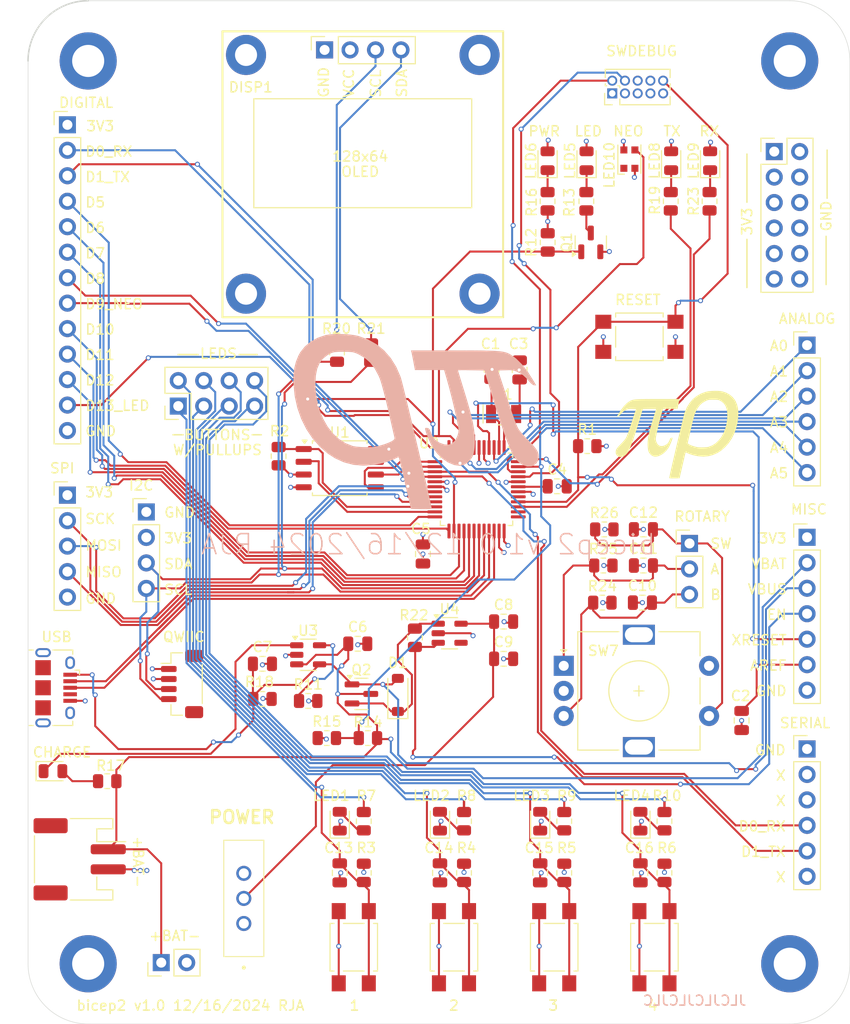
<source format=kicad_pcb>
(kicad_pcb (version 20240108) (generator "pcbnew") (generator_version "8.0")
  (layers (0 "F.Cu" signal) (1 "In1.Cu" power) (2 "In2.Cu" power) (31 "B.Cu" signal) (34 "B.Paste" user) (35 "F.Paste" user) (36 "B.SilkS" user "B.Silkscreen") (37 "F.SilkS" user "F.Silkscreen") (38 "B.Mask" user) (39 "F.Mask" user) (44 "Edge.Cuts" user))
  (net 0 "")
  (net 1 "GND")
  (net 2 "/XTAL2")
  (net 3 "/AREF")
  (net 4 "/XTAL1")
  (net 5 "Net-(U2-VDDCORE)")
  (net 6 "+3V3")
  (net 7 "/VOUT")
  (net 8 "/VBAT")
  (net 9 "/VBUS")
  (net 10 "/A5")
  (net 11 "/VIN")
  (net 12 "/SWDIO")
  (net 13 "/SWCLK")
  (net 14 "/~{RESET}")
  (net 15 "/SDA")
  (net 16 "/SCL")
  (net 19 "/D0_RX")
  (net 20 "/D1_TX")
  (net 21 "Net-(DISP1-SDA)")
  (net 22 "Net-(DISP1-SCL)")
  (net 23 "/D11")
  (net 24 "/A4")
  (net 25 "/A0")
  (net 26 "/A1")
  (net 27 "/A3")
  (net 28 "/A2")
  (net 29 "/EN")
  (net 30 "/MISO")
  (net 31 "/MOSI")
  (net 32 "/SCK")
  (net 33 "/D6")
  (net 34 "/D12")
  (net 35 "/D10")
  (net 36 "/D7")
  (net 38 "Net-(J8-Pin_3)")
  (net 39 "/D5")
  (net 40 "Net-(J8-Pin_8)")
  (net 41 "/USB_D-")
  (net 42 "Net-(J8-Pin_2)")
  (net 43 "/USB_D+")
  (net 44 "Net-(J8-Pin_6)")
  (net 45 "Net-(J8-Pin_4)")
  (net 46 "Net-(J8-Pin_1)")
  (net 47 "Net-(J8-Pin_7)")
  (net 52 "Net-(LED1-A)")
  (net 54 "Net-(LED2-A)")
  (net 55 "Net-(LED3-A)")
  (net 56 "/TXLED")
  (net 57 "Net-(LED4-A)")
  (net 58 "/RXLED")
  (net 59 "/CHG_STAT")
  (net 61 "Net-(U3-PROG)")
  (net 62 "/USBHOSTEN")
  (net 63 "/D30_EDBG_TX")
  (net 65 "/D31_EDBG_RX")
  (net 67 "Net-(LED5-K)")
  (net 68 "Net-(LED6-K)")
  (net 69 "Net-(LED7-A)")
  (net 70 "Net-(LED8-K)")
  (net 72 "/D13_LED")
  (net 73 "Net-(LED9-K)")
  (net 74 "Net-(Q1-D)")
  (net 79 "/D8_NEO")
  (net 80 "/FLASH_CS")
  (net 81 "/D3_FLASH_SCK")
  (net 82 "/D2_FLASH_MISO")
  (net 83 "/D4_FLASH_MOSI")
  (net 84 "/D9")
  (net 85 "/ROTARY_B")
  (net 86 "/ROTARY_A")
  (net 87 "/ROTARY_SW")
  (net 89 "Net-(J8-Pin_5)")
  (footprint "Connector_PinHeader_2.54mm:PinHeader_1x04_P2.54mm_Vertical" (layer "F.Cu") (at 102.8 94.96)
    (property "Reference" "J13" (hide yes))
    (property "Value" "I2C")
  )
  (footprint "LED_SMD:LED_0805_2012Metric" (layer "F.Cu") (at 93.4875 120.8)
    (property "Reference" "LED7" (hide yes))
    (property "Value" "BLUE")
  )
  (footprint "Capacitor_SMD:C_0805_2012Metric" (layer "F.Cu") (at 123.9 108.1)
    (property "Reference" "C6")
    (property "Value" "10u")
  )
  (footprint "Capacitor_SMD:C_0805_2012Metric" (layer "F.Cu") (at 138.45 109.6)
    (property "Reference" "C9")
    (property "Value" "1u")
  )
  (footprint "MyLib:JST_PH_S2B-PH-SM4-TB_1x02-1MP_P2.00mm_Horizontal" (layer "F.Cu") (at 96.15 129.585767 -90)
    (property "Reference" "J9" (hide yes))
    (property "Value" "JST-PH")
  )
  (footprint "Resistor_SMD:R_0805_2012Metric" (layer "F.Cu") (at 120.8125 117.5)
    (property "Reference" "R15")
    (property "Value" "100K")
  )
  (footprint "Resistor_SMD:R_0805_2012Metric" (layer "F.Cu") (at 142.8375 63.99 -90)
    (property "Reference" "R16")
    (property "Value" "2K2")
  )
  (footprint "Capacitor_SMD:C_0805_2012Metric" (layer "F.Cu") (at 143.8 92.4)
    (property "Reference" "C4")
    (property "Value" "1u")
  )
  (footprint "Capacitor_SMD:C_0805_2012Metric" (layer "F.Cu") (at 162.2 115.75 -90)
    (property "Reference" "C2")
    (property "Value" "1u")
  )
  (footprint "Diode_SMD:D_SOD-123" (layer "F.Cu") (at 127.9 113.2 90)
    (property "Reference" "D1")
    (property "Value" "SD103CW")
  )
  (footprint "Resistor_SMD:R_0805_2012Metric" (layer "F.Cu") (at 148.4 100.3)
    (property "Reference" "R25")
    (property "Value" "10K")
  )
  (footprint "MyLib:QWIIC_JST_SH_BM04B-SRSS-TB_1x04-1MP_P1.00mm_Vertical" (layer "F.Cu") (at 106.371084 112.114233 -90)
    (property "Reference" "J12" (hide yes))
    (property "Value" "QWIIC")
  )
  (footprint "MyLib:pirho_0.50" (layer "F.Cu") (at 160.858941 85.398157)
    (property "Reference" "G1" (hide yes))
    (property "Value" "LOGO" (hide yes))
  )
  (footprint "Connector_PinHeader_2.54mm:PinHeader_1x13_P2.54mm_Vertical" (layer "F.Cu") (at 94.928916 56.365767)
    (property "Reference" "J4" (hide yes))
    (property "Value" "DATA")
  )
  (footprint "Connector_PinHeader_2.54mm:PinHeader_1x07_P2.54mm_Vertical" (layer "F.Cu") (at 168.728916 97.485767)
    (property "Reference" "J3" (hide yes))
    (property "Value" "MISC")
  )
  (footprint "Resistor_SMD:R_0805_2012Metric" (layer "F.Cu") (at 144.5 130.9375 -90)
    (property "Reference" "R5")
    (property "Value" "10K")
  )
  (footprint "Resistor_SMD:R_0805_2012Metric" (layer "F.Cu") (at 124.9125 117.5)
    (property "Reference" "R14")
    (property "Value" "100K")
  )
  (footprint "Resistor_SMD:R_0805_2012Metric" (layer "F.Cu") (at 98.9 121.8 180)
    (property "Reference" "R17")
    (property "Value" "3K3")
  )
  (footprint "MyLib:TL3305B_SPST_PushButton" (layer "F.Cu") (at 123.5 138.35 90)
    (property "Reference" "SW2" (hide yes))
    (property "Value" "TL3305B")
  )
  (footprint "Resistor_SMD:R_0805_2012Metric" (layer "F.Cu") (at 125.228916 79.073267 90)
    (property "Reference" "R21")
    (property "Value" "0R")
  )
  (footprint "MyLib:OLED_0.9in_i2c_weewooday" (layer "F.Cu") (at 124.4 61.3)
    (property "Reference" "DISP1")
    (property "Value" "OLED_0.9in_i2c")
  )
  (footprint "Capacitor_SMD:C_0805_2012Metric" (layer "F.Cu") (at 130.4 99.15 -90)
    (property "Reference" "C5")
    (property "Value" "10u")
  )
  (footprint "LED_SMD:LED_0805_2012Metric" (layer "F.Cu") (at 142.1 125.7875 90)
    (property "Reference" "LED3")
    (property "Value" "RED")
  )
  (footprint "Capacitor_SMD:C_0805_2012Metric" (layer "F.Cu") (at 152.4 96.7)
    (property "Reference" "C12")
    (property "Value" "100n")
  )
  (footprint "Resistor_SMD:R_0805_2012Metric" (layer "F.Cu") (at 148.5 96.7)
    (property "Reference" "R26")
    (property "Value" "10K")
  )
  (footprint "Capacitor_SMD:C_0805_2012Metric" (layer "F.Cu") (at 142.1 130.9375 90)
    (property "Reference" "C15")
    (property "Value" "100n")
  )
  (footprint "MountingHole:MountingHole_3.2mm_M3_ISO7380_Pad" (layer "F.Cu") (at 97 50)
    (property "Reference" "H2" (hide yes))
    (property "Value" "MountingHole_Pad" (hide yes))
  )
  (footprint "Connector_PinHeader_2.54mm:PinHeader_1x05_P2.54mm_Vertical" (layer "F.Cu") (at 94.928916 93.285767)
    (property "Reference" "J7" (hide yes))
    (property "Value" "SPI")
  )
  (footprint "LED_SMD:LED_0805_2012Metric" (layer "F.Cu") (at 122.1 125.7875 90)
    (property "Reference" "LED1")
    (property "Value" "RED")
  )
  (footprint "Package_TO_SOT_SMD:SOT-23" (layer "F.Cu") (at 147.15 68.09 90)
    (property "Reference" "Q1")
    (property "Value" "2N7002")
  )
  (footprint "LED_SMD:LED_0805_2012Metric" (layer "F.Cu") (at 142.8375 59.95 90)
    (property "Reference" "LED6")
    (property "Value" "GREEN")
  )
  (footprint "MyLib:TL3305B_SPST_PushButton" (layer "F.Cu") (at 133.5 138.35 90)
    (property "Reference" "SW3" (hide yes))
    (property "Value" "TL3305B")
  )
  (footprint "Connector_PinHeader_2.54mm:PinHeader_2x06_P2.54mm_Vertical" (layer "F.Cu") (at 165.453916 59.035767)
    (property "Reference" "J6" (hide yes))
    (property "Value" "PWR/GND")
  )
  (footprint "MyLib:TL3305B_SPST_PushButton" (layer "F.Cu") (at 152 77.5 180)
    (property "Reference" "SW1" (hide yes))
    (property "Value" "RESET")
  )
  (footprint "Capacitor_SMD:C_0805_2012Metric" (layer "F.Cu") (at 152.4 100.3)
    (property "Reference" "C11")
    (property "Value" "100n")
  )
  (footprint "Capacitor_SMD:C_0805_2012Metric" (layer "F.Cu") (at 132.1 130.9375 90)
    (property "Reference" "C14")
    (property "Value" "100n")
  )
  (footprint "LED_SMD:LED_0805_2012Metric" (layer "F.Cu") (at 159.055625 59.9475 90)
    (property "Reference" "LED9")
    (property "Value" "YELLOW")
  )
  (footprint "Connector_PinHeader_2.54mm:PinHeader_1x02_P2.54mm_Vertical" (layer "F.Cu") (at 104.288916 139.885767 90)
    (property "Reference" "J11" (hide yes))
    (property "Value" "BATT")
  )
  (footprint "Resistor_SMD:R_0805_2012Metric" (layer "F.Cu") (at 155.129166 63.9875 -90)
    (property "Reference" "R19")
    (property "Value" "2K2")
  )
  (footprint "MyLib:TL3305B_SPST_PushButton" (layer "F.Cu") (at 153.5 138.35 90)
    (property "Reference" "SW5" (hide yes))
    (property "Value" "TL3305B")
  )
  (footprint "Resistor_SMD:R_0805_2012Metric" (layer "F.Cu") (at 124.5 125.7875 -90)
    (property "Reference" "R7")
    (property "Value" "2K2")
  )
  (footprint "Package_TO_SOT_SMD:SOT-23-5" (layer "F.Cu") (at 118.95 109.2)
    (property "Reference" "U3")
    (property "Value" "MCP73831-2")
  )
  (footprint "MountingHole:MountingHole_3.2mm_M3_ISO7380_Pad" (layer "F.Cu") (at 167 50)
    (property "Reference" "H1" (hide yes))
    (property "Value" "MountingHole_Pad" (hide yes))
  )
  (footprint "Resistor_SMD:R_0805_2012Metric" (layer "F.Cu") (at 146.8 88.4)
    (property "Reference" "R1")
    (property "Value" "10K")
  )
  (footprint "Package_SO:SOIC-8_5.23x5.23mm_P1.27mm" (layer "F.Cu") (at 122.1 90.595)
    (property "Reference" "U1")
    (property "Value" "W25Q16JV")
  )
  (footprint "Capacitor_SMD:C_0805_2012Metric" (layer "F.Cu") (at 122.1 130.9375 90)
    (property "Reference" "C13")
    (property "Value" "100n")
  )
  (footprint "Connector_PinHeader_2.54mm:PinHeader_1x06_P2.54mm_Vertical" (layer "F.Cu") (at 168.728916 78.335767)
    (property "Reference" "J2" (hide yes))
    (property "Value" "ANALOG")
  )
  (footprint "Capacitor_SMD:C_0805_2012Metric" (layer "F.Cu") (at 138.45 105.89)
    (property "Reference" "C8")
    (property "Value" "10u")
  )
  (footprint "LED_SMD:LED_0805_2012Metric" (layer "F.Cu") (at 132.1 125.7875 90)
    (property "Reference" "LED2")
    (property "Value" "RED")
  )
  (footprint "MyLib:USB_Micro-B_Amphenol_10118194_Horizontal" (layer "F.Cu") (at 93.8 112.485767 -90)
    (property "Reference" "J10" (hide yes))
    (property "Value" "USB_B_Micro")
  )
  (footprint "Resistor_SMD:R_0805_2012Metric" (layer "F.Cu") (at 121.828916 79.073267 90)
    (property "Reference" "R20")
    (property "Value" "0R")
  )
  (footprint "Package_TO_SOT_SMD:SOT-23" (layer "F.Cu") (at 124.2625 113.1)
    (property "Reference" "Q2")
    (property "Value" "DMG3401")
  )
  (footprint "MyLib:TL3305B_SPST_PushButton" (layer "F.Cu") (at 143.5 138.35 90)
    (property "Reference" "SW4" (hide yes))
    (property "Value" "TL3305B")
  )
  (footprint "LED_SMD:LED_0805_2012Metric" (layer "F.Cu") (at 152.1 125.7875 90)
    (property "Reference" "LED4")
    (property "Value" "RED")
  )
  (footprint "Resistor_SMD:R_0805_2012Metric" (layer "F.Cu") (at 148.3 104)
    (property "Reference" "R24")
    (property "Value" "10K")
  )
  (footprint "Capacitor_SMD:C_0805_2012Metric" (layer "F.Cu") (at 152.1 130.9375 90)
    (property "Reference" "C16")
    (property "Value" "100n")
  )
  (footprint "Connector_PinHeader_2.54mm:PinHeader_1x03_P2.54mm_Vertical" (layer "F.Cu") (at 157 98.1)
    (property "Reference" "J14" (hide yes))
    (property "Value" "ROTARY")
  )
  (footprint "Capacitor_SMD:C_0805_2012Metric" (layer "F.Cu") (at 152.3 104)
    (property "Reference" "C10")
    (property "Value" "100n")
  )
  (footprint "Capacitor_SMD:C_0805_2012Metric" (layer "F.Cu") (at 140.05 80.8 -90)
    (property "Reference" "C3")
    (property "Value" "18p")
  )
  (footprint "Resistor_SMD:R_0805_2012Metric" (layer "F.Cu") (at 118.95 113.8)
    (property "Reference" "R11")
    (property "Value" "2K2")
  )
  (footprint "Resistor_SMD:R_0805_2012Metric" (layer "F.Cu") (at 146.708333 63.99 -90)
    (property "Reference" "R13")
    (property "Value" "2K2")
  )
  (footprint "Resistor_SMD:R_0805_2012Metric" (layer "F.Cu") (at 154.5 125.7875 -90)
    (property "Reference" "R10")
    (property "Value" "2K2")
  )
  (footprint "Resistor_SMD:R_0805_2012Metric" (layer "F.Cu") (at 114.3875 113.6 180)
    (property "Reference" "R18")
    (property "Value" "10K")
  )
  (footprint "MyLib:EG1218_SPDT_Slide_Switch" (layer "F.Cu") (at 112.528916 135.985767 90)
    (property "Reference" "SW6" (hide yes))
    (property "Value" "POWER")
  )
  (footprint "LED_SMD:LED_0805_2012Metric" (layer "F.Cu") (at 155.16625 59.9475 90)
    (property "Reference" "LED8")
    (property "Value" "YELLOW")
  )
  (footprint "Capacitor_SMD:C_0805_2012Metric" (layer "F.Cu") (at 114.3875 110.1)
    (property "Reference" "C7")
    (property "Value" "10u")
  )
  (footprint "MyLib:CortexDebug" (layer "F.Cu") (at 149.288916 53.235767 90)
    (property "Reference" "J1" (hide yes))
    (property "Value" "SWDEBUG")
  )
  (footprint "Resistor_SMD:R_0805_2012Metric" (layer "F.Cu") (at 159 63.9875 -90)
    (property "Reference" "R23")
    (property "Value" "2K2")
  )
  (footprint "Resistor_SMD:R_0805_2012Metric" (layer "F.Cu") (at 142.85 68.09 90)
    (property "Reference" "R12")
    (property "Value" "100K")
  )
  (footprint "Resistor_SMD:R_0805_2012Metric" (layer "F.Cu") (at 144.5 125.7875 -90)
    (property "Reference" "R9")
    (property "Value" "2K2")
  )
  (footprint "Rotary_Encoder:RotaryEncoder_Alps_EC11E-Switch_Vertical_H20mm" (layer "F.Cu") (at 144.45 110.3)
    (property "Reference" "SW7")
    (property "Value" "PEC11L-4215-S0015")
  )
  (footprint "LED_SMD:LED_0805_2012Metric" (layer "F.Cu") (at 146.726875 59.95 90)
    (property "Reference" "LED5")
    (property "Value" "RED")
  )
  (footprint "MountingHole:MountingHole_3.2mm_M3_ISO7380_Pad" (layer "F.Cu") (at 167 140)
    (property "Reference" "H3" (hide yes))
    (property "Value" "MountingHole_Pad" (hide yes))
  )
  (footprint "Resistor_SMD:R_0805_2012Metric" (layer "F.Cu") (at 116 89.4 -90)
    (property "Reference" "R2")
    (property "Value" "10K")
  )
  (footprint "Resistor_SMD:R_0805_2012Metric" (layer "F.Cu") (at 134.5 125.7875 -90)
    (property "Reference" "R8")
    (property "Value" "2K2")
  )
  (footprint "MountingHole:MountingHole_3.2mm_M3_ISO7380_Pad" (layer "F.Cu") (at 97 140)
    (property "Reference" "H4" (hide yes))
    (property "Value" "MountingHole_Pad" (hide yes))
  )
  (footprint "Package_TO_SOT_SMD:SOT-23-5" (layer "F.Cu") (at 133.0625 107.05)
    (property "Reference" "U4")
    (property "Value" "AP2112K-3.3")
  )
  (footprint "Resistor_SMD:R_0805_2012Metric" (layer "F.Cu") (at 124.5 130.9375 -90)
    (property "Reference" "R3")
    (property "Value" "10K")
  )
  (footprint "Resistor_SMD:R_0805_2012Metric" (layer "F.Cu") (at 129.6 107.5 90)
    (property "Reference" "R22")
    (property "Value" "100K")
  )
  (footprint "Connector_PinHeader_2.54mm:PinHeader_2x04_P2.54mm_Vertical" (layer "F.Cu") (at 105.988 84.406683 90)
    (property "Reference" "J8" (hide yes))
    (property "Value" "BUTTONS/LEDS")
  )
  (footprint "Connector_PinHeader_2.54mm:PinHeader_1x06_P2.54mm_Vertical" (layer "F.Cu") (at 168.728916 118.585767)
    (property "Reference" "J5" (hide yes))
    (property "Value" "SERIAL")
  )
  (footprint "Resistor_SMD:R_0805_2012Metric" (layer "F.Cu") (at 134.5 130.9375 -90)
    (property "Reference" "R4")
    (property "Value" "10K")
  )
  (footprint "Capacitor_SMD:C_0805_2012Metric" (layer "F.Cu") (at 137.25 80.75 -90)
    (property "Reference" "C1")
    (property "Value" "18p")
  )
  (footprint "MyLib:Crystal_SMD_G8-2Pin_3.2x1.5mm" (layer "F.Cu") (at 138.45 85.2)
    (property "Reference" "Y1")
    (property "Value" "32.768K-12.5p")
  )
  (footprint "Resistor_SMD:R_0805_2012Metric" (layer "F.Cu") (at 154.5 130.9375 -90)
    (property "Reference" "R6")
    (property "Value" "10K")
  )
  (footprint "Package_QFP:TQFP-48_7x7mm_P0.5mm" (layer "F.Cu") (at 135.75 92.7 -90)
    (property "Reference" "U2")
    (property "Value" "ATSAMD21G18A-A")
  )
  (footprint "MyLib:LED_WS2812B-2020_PLCC4_2.0x2.0mm" (layer "F.Cu") (at 151 59.7875 90)
    (property "Reference" "LED10")
    (property "Value" "RGB")
  )
  (footprint "MyLib:pirho" (layer "B.Cu") (at 119.5 82.25 180)
    (property "Reference" "G2" (hide yes))
    (property "Value" "LOGO" (hide yes))
  )
  (gr_line (start 113.368 87.266683) (end 114.268 87.266683) (stroke (width 0.15)) (layer "F.SilkS"))
  (gr_line (start 162.728916 67.785767) (end 162.728916 72.585767) (stroke (width 0.15)) (layer "F.SilkS"))
  (gr_line (start 105.468 87.266683) (end 106.468 87.266683) (stroke (width 0.15)) (layer "F.SilkS"))
  (gr_line (start 112.068 79.266683) (end 113.868 79.266683) (stroke (width 0.15)) (layer "F.SilkS"))
  (gr_line (start 162.728916 59.285767) (end 162.728916 64.085767) (stroke (width 0.15)) (layer "F.SilkS"))
  (gr_line (start 170.728916 58.885767) (end 170.728916 63.685767) (stroke (width 0.15)) (layer "F.SilkS"))
  (gr_line (start 170.628916 67.485767) (end 170.628916 72.285767) (stroke (width 0.15)) (layer "F.SilkS"))
  (gr_line (start 105.968 79.266683) (end 107.968 79.266683) (stroke (width 0.15)) (layer "F.SilkS"))
  (gr_line (start 91 140) (end 91 50) (stroke (width 0.05)) (layer "Edge.Cuts"))
  (gr_arc (start 91 50) (mid 92.757359 45.757359) (end 97 44) (stroke (width 0.15)) (layer "Edge.Cuts"))
  (gr_line (start 167 146) (end 97 146) (stroke (width 0.05)) (layer "Edge.Cuts"))
  (gr_line (start 173 50) (end 173 140) (stroke (width 0.05)) (layer "Edge.Cuts"))
  (gr_arc (start 97 146) (mid 92.757359 144.242641) (end 91 140) (stroke (width 0.05)) (layer "Edge.Cuts"))
  (gr_arc (start 167 44) (mid 171.242641 45.757359) (end 173 50) (stroke (width 0.05)) (layer "Edge.Cuts"))
  (gr_line (start 97 44) (end 167 44) (stroke (width 0.05)) (layer "Edge.Cuts"))
  (gr_arc (start 173 140) (mid 171.242641 144.242641) (end 167 146) (stroke (width 0.05)) (layer "Edge.Cuts"))
  (gr_text "bicep2 v1.0 12/16/2024 RJA" (at 153.75 99.37 0) (layer "B.SilkS") (effects (font (size 2 2)) (justify left bottom mirror)))
  (gr_text "JLCJLCJLCJLC" (at 162.75 144.25 -0) (layer "B.SilkS") (effects (font (size 1 1)) (justify left bottom mirror)))
  (gr_text "USB" (at 92.25 108 0) (layer "F.SilkS") (effects (font (size 1 1)) (justify left bottom)))
  (gr_text "BUTTONS" (at 106.468 87.866683 0) (layer "F.SilkS") (effects (font (size 1 1)) (justify left bottom)))
  (gr_text "D7" (at 96.628916 69.752432 0) (layer "F.SilkS") (effects (font (size 1 1)) (justify left bottom)))
  (gr_text "LEDS" (at 108.068 79.766683 0) (layer "F.SilkS") (effects (font (size 1 1)) (justify left bottom)))
  (gr_text "MISO" (at 96.628916 101.535767 0) (layer "F.SilkS") (effects (font (size 1 1)) (justify left bottom)))
  (gr_text "GND" (at 96.628916 87.485767 0) (layer "F.SilkS") (effects (font (size 1 1)) (justify left bottom)))
  (gr_text "RESET" (at 149.483584 74.4 0) (layer "F.SilkS") (effects (font (size 1 1)) (justify left bottom)))
  (gr_text "X" (at 165.528916 124.352434 0) (layer "F.SilkS") (effects (font (size 1 1)) (justify left bottom)))
  (gr_text "ANALOG" (at 165.828916 76.285767 0) (layer "F.SilkS") (effects (font (size 1 1)) (justify left bottom)))
  (gr_text "D1_TX" (at 96.628916 62.152433 0) (layer "F.SilkS") (effects (font (size 1 1)) (justify left bottom)))
  (gr_text "GND" (at 163.533678 113.385767 0) (layer "F.SilkS") (effects (font (size 1 1)) (justify left bottom)))
  (gr_text "+BAT-" (at 103 137.8 0) (layer "F.SilkS") (effects (font (size 1 1)) (justify left bottom)))
  (gr_text "D5" (at 96.628916 64.685766 0) (layer "F.SilkS") (effects (font (size 1 1)) (justify left bottom)))
  (gr_text "GND" (at 96.628916 104.185767 0) (layer "F.SilkS") (effects (font (size 1 1)) (justify left bottom)))
  (gr_text "3V3" (at 96.628916 93.585767 0) (layer "F.SilkS") (effects (font (size 1 1)) (justify left bottom)))
  (gr_text "DIGITAL" (at 94 54.75 0) (layer "F.SilkS") (effects (font (size 1 1)) (justify left bottom)))
  (gr_text "4" (at 152.75 144.75 0) (layer "F.SilkS") (effects (font (size 1 1)) (justify left bottom)))
  (gr_text "PWR" (at 140.8375 57.59 0) (layer "F.SilkS") (effects (font (size 1 1)) (justify left bottom)))
  (gr_text "QWIIC" (at 104.371084 108 0) (layer "F.SilkS") (effects (font (size 1 1)) (justify left bottom)))
  (gr_text "SCK" (at 96.628916 96.235767 0) (layer "F.SilkS") (effects (font (size 1 1)) (justify left bottom)))
  (gr_text "A" (at 159 101.25 0) (layer "F.SilkS") (effects (font (size 1 1)) (justify left bottom)))
  (gr_text "GND" (at 171.228916 67.085767 90) (layer "F.SilkS") (effects (font (size 1 1)) (justify left bottom)))
  (gr_text "D13_LED" (at 96.628916 84.95243 0) (layer "F.SilkS") (effects (font (size 1 1)) (justify left bottom)))
  (gr_text "D1_TX" (at 162.052725 129.4191 0) (layer "F.SilkS") (effects (font (size 1 1)) (justify left bottom)))
  (gr_text "EN" (at 164.628916 105.785766 0) (layer "F.SilkS") (effects (font (size 1 1)) (justify left bottom)))
  (gr_text "D10" (at 96.628916 77.352431 0) (layer "F.SilkS") (effects (font (size 1 1)) (justify left bottom)))
  (gr_text "D0_RX" (at 161.81463 126.885767 0) (layer "F.SilkS") (effects (font (size 1 1)) (justify left bottom)))
  (gr_text "XRESET" (at 161.105106 108.319099 0) (layer "F.SilkS") (effects (font (size 1 1)) (justify left bottom)))
  (gr_text "LED" (at 145.45 57.59 0) (layer "F.SilkS") (effects (font (size 1 1)) (justify left bottom)))
  (gr_text "D11" (at 96.628916 79.885764 0) (layer "F.SilkS") (effects (font (size 1 1)) (justify left bottom)))
  (gr_text "B" (at 159 103.8 0) (layer "F.SilkS") (effects (font (size 1 1)) (justify left bottom)))
  (gr_text "VBAT" (at 163.105106 100.7191 0) (layer "F.SilkS") (effects (font (size 1 1)) (justify left bottom)))
  (gr_text "SCL" (at 104.5 103.3 0) (layer "F.SilkS") (effects (font (size 1 1)) (justify left bottom)))
  (gr_text "CHARGE" (at 91.3875 119.5 0) (layer "F.SilkS") (effects (font (size 1 1)) (justify left bottom)))
  (gr_text "1" (at 123 144.75 0) (layer "F.SilkS") (effects (font (size 1 1)) (justify left bottom)))
  (gr_text "2" (at 132.916666 144.75 0) (layer "F.SilkS") (effects (font (size 1 1)) (justify left bottom)))
  (gr_text "SDA" (at 104.5 100.733332 0) (layer "F.SilkS") (effects (font (size 1 1)) (justify left bottom)))
  (gr_text "SERIAL" (at 165.928916 116.585767 0) (layer "F.SilkS") (effects (font (size 1 1)) (justify left bottom)))
  (gr_text "NEO" (at 149.3 57.5875 0) (layer "F.SilkS") (effects (font (size 1 1)) (justify left bottom)))
  (gr_text "VBUS" (at 162.724154 103.252433 0) (layer "F.SilkS") (effects (font (size 1 1)) (justify left bottom)))
  (gr_text "SWDEBUG" (at 148.6 49.6 0) (layer "F.SilkS") (effects (font (size 1 1)) (justify left bottom)))
  (gr_text "AREF" (at 162.962249 110.852432 0) (layer "F.SilkS") (effects (font (size 1 1)) (justify left bottom)))
  (gr_text "W/PULLUPS" (at 105.368 89.366683 0) (layer "F.SilkS") (effects (font (size 1 1)) (justify left bottom)))
  (gr_text "GND" (at 163.433678 119.285768 0) (layer "F.SilkS") (effects (font (size 1 1)) (justify left bottom)))
  (gr_text "3V3" (at 104.5 98.166666 0) (layer "F.SilkS") (effects (font (size 1 1)) (justify left bottom)))
  (gr_text "A3" (at 164.928916 86.605767 0) (layer "F.SilkS") (effects (font (size 1 1)) (justify left bottom)))
  (gr_text "A1" (at 164.928916 81.525767 0) (layer "F.SilkS") (effects (font (size 1 1)) (justify left bottom)))
  (gr_text "X" (at 165.528916 121.819101 0) (layer "F.SilkS") (effects (font (size 1 1)) (justify left bottom)))
  (gr_text "SW" (at 159 98.7 0) (layer "F.SilkS") (effects (font (size 1 1)) (justify left bottom)))
  (gr_text "D8" (at 96.628916 72.285765 0) (layer "F.SilkS") (effects (font (size 1 1)) (justify left bottom)))
  (gr_text "GND" (at 104.5 95.6 0) (layer "F.SilkS") (effects (font (size 1 1)) (justify left bottom)))
  (gr_text "MOSI" (at 96.628916 98.885767 0) (layer "F.SilkS") (effects (font (size 1 1)) (justify left bottom)))
  (gr_text "MISC" (at 167.028916 95.285767 0) (layer "F.SilkS") (effects (font (size 1 1)) (justify left bottom)))
  (gr_text "D0_RX" (at 96.628916 59.6191 0) (layer "F.SilkS") (effects (font (size 1 1)) (justify left bottom)))
  (gr_text "I2C" (at 100.975 92.9 0) (layer "F.SilkS") (effects (font (size 1 1)) (justify left bottom)))
  (gr_text "A2" (at 164.928916 84.065767 0) (layer "F.SilkS") (effects (font (size 1 1)) (justify left bottom)))
  (gr_text "3" (at 142.833332 144.75 0) (layer "F.SilkS") (effects (font (size 1 1)) (justify left bottom)))
  (gr_text "3V3" (at 163.328916 67.485767 90) (layer "F.SilkS") (effects (font (size 1 1)) (justify left bottom)))
  (gr_text "3V3" (at 96.728916 57.085767 0) (layer "F.SilkS") (effects (font (size 1 1)) (justify left bottom)))
  (gr_text "TX" (at 154.3 57.5875 0) (layer "F.SilkS") (effects (font (size 1 1)) (justify left bottom)))
  (gr_text "3V3" (at 163.819392 98.185767 0) (layer "F.SilkS") (effects (font (size 1 1)) (justify left bottom)))
  (gr_text "D9_NEO" (at 96.628916 74.819098 0) (layer "F.SilkS") (effects (font (size 1 1)) (justify left bottom)))
  (gr_text "D6" (at 96.628916 67.219099 0) (layer "F.SilkS") (effects (font (size 1 1)) (justify left bottom)))
  (gr_text "A5" (at 164.928916 91.685767 0) (layer "F.SilkS") (effects (font (size 1 1)) (justify left bottom)))
  (gr_text "ROTARY" (at 155.4 96 0) (layer "F.SilkS") (effects (font (size 1 1)) (justify left bottom)))
  (gr_text "A0" (at 164.928916 78.985767 0) (layer "F.SilkS") (effects (font (size 1 1)) (justify left bottom)))
  (gr_text "X" (at 165.528916 131.952433 0) (layer "F.SilkS") (effects (font (size 1 1)) (justify left bottom)))
  (gr_text "D12" (at 96.628916 82.419097 0) (layer "F.SilkS") (effects (font (size 1 1)) (justify left bottom)))
  (gr_text "RX" (at 157.900445 57.5875 0) (layer "F.SilkS") (effects (font (size 1 1)) (justify left bottom)))
  (gr_text "A4" (at 164.928916 89.145767 0) (layer "F.SilkS") (effects (font (size 1 1)) (justify left bottom)))
  (gr_text "bicep2 v1.0 12/16/2024 RJA" (at 95.75 144.75 0) (layer "F.SilkS") (effects (font (size 1 1)) (justify left bottom)))
  (gr_text "SPI" (at 93.103916 91.185767 0) (layer "F.SilkS") (effects (font (size 1 1)) (justify left bottom)))
  (gr_text "+BAT-" (at 101.4 127.2 -90) (layer "F.SilkS") (effects (font (size 1 1)) (justify left bottom)))
  (segment (start 132.1 126.725) (end 132.1 125.887499) (width 0.2) (layer "F.Cu") (net 1))
  (segment (start 132.1 125.887499) (end 132.2 125.787499) (width 0.2) (layer "F.Cu") (net 1))
  (segment (start 122.1 131.8875) (end 122.1 131.0375) (width 0.2) (layer "F.Cu") (net 1))
  (segment (start 132.779756 92.8) (end 132.8 92.8) (width 0.2) (layer "F.Cu") (net 1))
  (segment (start 142.1 125.887499) (end 142.2 125.787499) (width 0.2) (layer "F.Cu") (net 1))
  (segment (start 140.05 80.75) (end 140 80.8) (width 0.2) (layer "F.Cu") (net 1))
  (segment (start 132.429756 92.45) (end 132.779756 92.8) (width 0.2) (layer "F.Cu") (net 1))
  (segment (start 137.25 80.7) (end 137.3 80.75) (width 0.2) (layer "F.Cu") (net 1))
  (segment (start 141.15 92.95) (end 141.4 93.2) (width 0.2) (layer "F.Cu") (net 1))
  (segment (start 101.6 130.7) (end 102.2 130.7) (width 0.2) (layer "F.Cu") (net 1))
  (segment (start 118.5 92.5) (end 117.2 92.5) (width 0.2) (layer "F.Cu") (net 1))
  (segment (start 138 96.8625) (end 138 98.5) (width 0.2) (layer "F.Cu") (net 1))
  (segment (start 162.2 116.7) (end 162.2 115.75) (width 0.2) (layer "F.Cu") (net 1))
  (segment (start 116.8 109.2) (end 116.7 109.3) (width 0.2) (layer "F.Cu") (net 1))
  (segment (start 119.8625 113.8) (end 119 113.8) (width 0.2) (layer "F.Cu") (net 1))
  (segment (start 151.55 61.55) (end 151.5 61.6) (width 0.2) (layer "F.Cu") (net 1))
  (segment (start 122.1 125.887499) (end 122.2 125.787499) (width 0.2) (layer "F.Cu") (net 1))
  (segment (start 142.85 67.1775) (end 142.85 66) (width 0.2) (layer "F.Cu") (net 1))
  (segment (start 151.45 96.7) (end 152.4 96.7) (width 0.2) (layer "F.Cu") (net 1))
  (segment (start 139.4 105.89) (end 139.01 105.89) (width 0.2) (layer "F.Cu") (net 1))
  (segment (start 152 138.25) (end 152 141.95) (width 0.2) (layer "F.Cu") (net 1))
  (segment (start 142.85 66) (end 142.85 64.915) (width 0.2) (layer "F.Cu") (net 1))
  (segment (start 103.414233 110.614233) (end 103.4 110.6) (width 0.2) (layer "F.Cu") (net 1))
  (segment (start 114.4875 110.1) (end 114.3875 110.2) (width 0.2) (layer "F.Cu") (net 1))
  (segment (start 117.8125 109.2) (end 116.8 109.2) (width 0.2) (layer "F.Cu") (net 1))
  (segment (start 142 138.25) (end 142 141.95) (width 0.2) (layer "F.Cu") (net 1))
  (segment (start 101.485767 130.585767) (end 101.6 130.7) (width 0.2) (layer "F.Cu") (net 1))
  (segment (start 142.85 64.915) (end 142.8375 64.9025) (width 0.2) (layer "F.Cu") (net 1))
  (segment (start 142.1 131.8875) (end 142.1 131.0375) (width 0.2) (layer "F.Cu") (net 1))
  (segment (start 142 134.75) (end 142 138.25) (width 0.2) (layer "F.Cu") (net 1))
  (segment (start 102.2 130.7) (end 102.854003 130.7) (width 0.2) (layer "F.Cu") (net 1))
  (segment (start 151.45 100.3) (end 152.4 100.3) (width 0.2) (layer "F.Cu") (net 1))
  (segment (start 136.5 88.5375) (end 136.5 89.7) (width 0.2) (layer "F.Cu") (net 1))
  (segment (start 95.2 113.785767) (end 96.685767 113.785767) (width 0.2) (layer "F.Cu") (net 1))
  (segment (start 136.5 89.7) (end 136.9 90.1) (width 0.2) (layer "F.Cu") (net 1))
  (segment (start 115.3 113.6) (end 114.481138 113.6) (width 0.2) (layer "F.Cu") (net 1))
  (segment (start 155.6 79) (end 155.6 77.5) (width 0.2) (layer "F.Cu") (net 1))
  (segment (start 132.1 131.0375) (end 132.2 130.9375) (width 0.2) (layer "F.Cu") (net 1))
  (segment (start 124 108.1) (end 123.9 108.2) (width 0.2) (layer "F.Cu") (net 1))
  (segment (start 148.9725 69.0275) (end 149 69) (width 0.2) (layer "F.Cu") (net 1))
  (segment (start 131.5875 92.45) (end 132.429756 92.45) (width 0.2) (layer "F.Cu") (net 1))
  (segment (start 122 134.75) (end 122 138.25) (width 0.2) (layer "F.Cu") (net 1))
  (segment (start 139.4 109.6) (end 138.45 109.6) (width 0.2) (layer "F.Cu") (net 1))
  (segment (start 151.35 104) (end 152.3 104) (width 0.2) (layer "F.Cu") (net 1))
  (segment (start 119.9 117.5) (end 120.6625 117.5) (width 0.2) (layer "F.Cu") (net 1))
  (segment (start 120.6625 117.5) (end 120.7625 117.6) (width 0.2) (layer "F.Cu") (net 1))
  (segment (start 140.05 79.85) (end 140.05 80.75) (width 0.2) (layer "F.Cu") (net 1))
  (segment (start 152.1 125.887499) (end 152.2 125.787499) (width 0.2) (layer "F.Cu") (net 1))
  (segment (start 138.6 106) (end 138.5 105.9) (width 0.2) (layer "F.Cu") (net 1))
  (segment (start 105.046084 110.614233) (end 103.414233 110.614233) (width 0.2) (layer "F.Cu") (net 1))
  (segment (start 130.4 100.1) (end 130.4 99.15) (width 0.2) (layer "F.Cu") (net 1))
  (segment (start 132.1 131.8875) (end 132.1 131.0375) (width 0.2) (layer "F.Cu") (net 1))
  (segment (start 132 134.75) (end 132 138.25) (width 0.2) (layer "F.Cu") (net 1))
  (segment (start 148.1 69.0275) (end 148.9725 69.0275) (width 0.2) (layer "F.Cu") (net 1))
  (segment (start 122.1 131.0375) (end 122.2 130.9375) (width 0.2) (layer "F.Cu") (net 1))
  (segment (start 142.1 126.725) (end 142.1 125.887499) (width 0.2) (layer "F.Cu") (net 1))
  (segment (start 138 98.5) (end 138.5 99) (width 0.2) (layer "F.Cu") (net 1))
  (segment (start 148.4 79) (end 148.4 77.5) (width 0.2) (layer "F.Cu") (net 1))
  (segment (start 131.925 107.05) (end 135.15 107.05) (width 0.2) (layer "F.Cu") (net 1))
  (segment (start 139.9125 92.95) (end 141.15 92.95) (width 0.2) (layer "F.Cu") (net 1))
  (segment (start 114.481138 113.6) (end 114.4375 113.556362) (width 0.2) (layer "F.Cu") (net 1))
  (segment (start 99 130.585767) (end 101.485767 130.585767) (width 0.2) (layer "F.Cu") (net 1))
  (segment (start 152.1 131.8875) (end 152.1 131.0375) (width 0.2) (layer "F.Cu") (net 1))
  (segment (start 96.685767 113.785767) (end 96.7 113.8) (width 0.2) (layer "F.Cu") (net 1))
  (segment (start 144.75 92.4) (end 143.9 92.4) (width 0.2) (layer "F.Cu") (net 1))
  (segment (start 151.55 60.7025) (end 151.55 61.55) (width 0.2) (layer "F.Cu") (net 1))
  (segment (start 152.1 126.725) (end 152.1 125.887499) (width 0.2) (layer "F.Cu") (net 1))
  (segment (start 115.3375 110.1) (end 114.4875 110.1) (width 0.2) (layer "F.Cu") (net 1))
  (segment (start 152 134.75) (end 152 138.25) (width 0.2) (layer "F.Cu") (net 1))
  (segment (start 142.1 131.0375) (end 142.2 130.9375) (width 0.2) (layer "F.Cu") (net 1))
  (segment (start 138.9 106) (end 138.6 106) (width 0.2) (layer "F.Cu") (net 1))
  (segment (start 124.85 108.1) (end 124 108.1) (width 0.2) (layer "F.Cu") (net 1))
  (segment (start 135.15 107.05) (end 135.4 107.3) (width 0.2) (layer "F.Cu") (net 1))
  (segment (start 152.1 131.0375) (end 152.2 130.9375) (width 0.2) (layer "F.Cu") (net 1))
  (segment (start 132 138.25) (end 132 141.95) (width 0.2) (layer "F.Cu") (net 1))
  (segment (start 122.1 126.725) (end 122.1 125.887499) (width 0.2) (layer "F.Cu") (net 1))
  (segment (start 137.25 79.8) (end 137.25 80.7) (width 0.2) (layer "F.Cu") (net 1))
  (segment (start 122 138.25) (end 122 141.95) (width 0.2) (layer "F.Cu") (net 1))
  (via (at 138.45 109.6) (size 0.5) (drill 0.3) (layers "F.Cu" "B.Cu") (net 1))
  (via (at 114.3875 110.2) (size 0.5) (drill 0.3) (layers "F.Cu" "B.Cu") (net 1))
  (via (at 149 69) (size 0.5) (drill 0.3) (layers "F.Cu" "B.Cu") (net 1))
  (via (at 114.4375 113.556362) (size 0.5) (drill 0.3) (layers "F.Cu" "B.Cu") (net 1))
  (via (at 132.2 125.787499) (size 0.5) (drill 0.3) (layers "F.Cu" "B.Cu") (net 1))
  (via (at 101.6 130.7) (size 0.5) (drill 0.3) (layers "F.Cu" "B.Cu") (net 1))
  (via (at 152.2 130.9375) (size 0.5) (drill 0.3) (layers "F.Cu" "B.Cu") (net 1))
  (via (at 138.5 105.9) (size 0.5) (drill 0.3) (layers "F.Cu" "B.Cu") (net 1))
  (via (at 130.4 99.15) (size 0.5) (drill 0.3) (layers "F.Cu" "B.Cu") (net 1))
  (via (at 152.4 100.3) (size 0.5) (drill 0.3) (layers "F.Cu" "B.Cu") (net 1))
  (via (at 117.2 92.5) (size 0.5) (drill 0.3) (layers "F.Cu" "B.Cu") (net 1))
  (via (at 120.7625 117.6) (size 0.5) (drill 0.3) (layers "F.Cu" "B.Cu") (net 1))
  (via (at 132.2 130.9375) (size 0.5) (drill 0.3) (layers "F.Cu" "B.Cu") (net 1))
  (via (at 135.4 107.3) (size 0.5) (drill 0.3) (layers "F.Cu" "B.Cu") (net 1))
  (via (at 116.7 109.3) (size 0.5) (drill 0.3) (layers "F.Cu" "B.Cu") (net 1))
  (via (at 142.85 66) (size 0.5) (drill 0.3) (layers "F.Cu" "B.Cu") (net 1))
  (via (at 152 138.25) (size 0.5) (drill 0.3) (layers "F.Cu" "B.Cu") (net 1))
  (via (at 102.854003 130.7) (size 0.5) (drill 0.3) (layers "F.Cu" "B.Cu") (net 1))
  (via (at 122.2 130.9375) (size 0.5) (drill 0.3) (layers "F.Cu" "B.Cu") (net 1))
  (via (at 96.7 113.8) (size 0.5) (drill 0.3) (layers "F.Cu" "B.Cu") (net 1))
  (via (at 102.2 130.7) (size 0.5) (drill 0.3) (layers "F.Cu" "B.Cu") (net 1))
  (via (at 152.2 125.787499) (size 0.5) (drill 0.3) (layers "F.Cu" "B.Cu") (net 1))
  (via (at 132 138.25) (size 0.5) (drill 0.3) (layers "F.Cu" "B.Cu") (net 1))
  (via (at 142 138.25) (size 0.5) (drill 0.3) (layers "F.Cu" "B.Cu") (net 1))
  (via (at 155.6 77.5) (size 0.5) (drill 0.3) (layers "F.Cu" "B.Cu") (net 1))
  (via (at 151.5 61.6) (size 0.5) (drill 0.3) (layers "F.Cu" "B.Cu") (net 1))
  (via (at 162.2 115.75) (size 0.5) (drill 0.3) (layers "F.Cu" "B.Cu") (net 1))
  (via (at 136.9 90.1) (size 0.5) (drill 0.3) (layers "F.Cu" "B.Cu") (net 1))
  (via (at 142.2 125.787499) (size 0.5) (drill 0.3) (layers "F.Cu" "B.Cu") (net 1))
  (via (at 123.9 108.2) (size 0.5) (drill 0.3) (layers "F.Cu" "B.Cu") (net 1))
  (via (at 138.5 99) (size 0.5) (drill 0.3) (layers "F.Cu" "B.Cu") (net 1))
  (via (at 122 138.25) (size 0.5) (drill 0.3) (layers "F.Cu" "B.Cu") (net 1))
  (via (at 103.4 110.6) (size 0.5) (drill 0.3) (layers "F.Cu" "B.Cu") (net 1))
  (via (at 142.2 130.9375) (size 0.5) (drill 0.3) (layers "F.Cu" "B.Cu") (net 1))
  (via (at 137.3 80.75) (size 0.5) (drill 0.3) (layers "F.Cu" "B.Cu") (net 1))
  (via (at 152.4 96.7) (size 0.5) (drill 0.3) (layers "F.Cu" "B.Cu") (net 1))
  (via (at 140 80.8) (size 0.5) (drill 0.3) (layers "F.Cu" "B.Cu") (net 1))
  (via (at 143.9 92.4) (size 0.5) (drill 0.3) (layers "F.Cu" "B.Cu") (net 1))
  (via (at 141.4 93.2) (size 0.5) (drill 0.3) (layers "F.Cu" "B.Cu") (net 1))
  (via (at 152.3 104) (size 0.5) (drill 0.3) (layers "F.Cu" "B.Cu") (net 1))
  (via (at 148.4 77.5) (size 0.5) (drill 0.3) (layers "F.Cu" "B.Cu") (net 1))
  (via (at 119 113.8) (size 0.5) (drill 0.3) (layers "F.Cu" "B.Cu") (net 1))
  (via (at 132.8 92.8) (size 0.5) (drill 0.3) (layers "F.Cu" "B.Cu") (net 1))
  (via (at 122.2 125.787499) (size 0.5) (drill 0.3) (layers "F.Cu" "B.Cu") (net 1))
  (segment (start 138 86) (end 138 88.5375) (width 0.2) (layer "F.Cu") (net 2))
  (segment (start 137.25 81.7) (end 137.25 85.15) (width 0.2) (layer "F.Cu") (net 2))
  (segment (start 137.2 85.2) (end 138 86) (width 0.2) (layer "F.Cu") (net 2))
  (segment (start 137.25 85.15) (end 137.2 85.2) (width 0.2) (layer "F.Cu") (net 2))
  (segment (start 136.8 86.9) (end 136.4 86.9) (width 0.2) (layer "F.Cu") (net 3))
  (segment (start 163.7 110.3) (end 163.814233 110.185767) (width 0.2) (layer "F.Cu") (net 3))
  (segment (start 135.875 84.3) (end 135.9 84.3) (width 0.2) (layer "F.Cu") (net 3))
  (segment (start 163.814233 110.185767) (end 168.728916 110.185767) (width 0.2) (layer "F.Cu") (net 3))
  (segment (start 162.2 114.8) (end 163.7 113.3) (width 0.2) (layer "F.Cu") (net 3))
  (segment (start 135.9 86.4) (end 136.4 86.9) (width 0.2) (layer "F.Cu") (net 3))
  (segment (start 137 87.1) (end 136.8 86.9) (width 0.2) (layer "F.Cu") (net 3))
  (segment (start 137 88.5375) (end 137 87.1) (width 0.2) (layer "F.Cu") (net 3))
  (segment (start 143.4 87.2) (end 143.4 84.3) (width 0.2) (layer "F.Cu") (net 3))
  (segment (start 135.9 86.4) (end 135.9 84.3) (width 0.2) (layer "F.Cu") (net 3))
  (segment (start 163.7 113.3) (end 163.7 110.3) (width 0.2) (layer "F.Cu") (net 3))
  (segment (start 135.6875 84.1125) (end 135.875 84.3) (width 0.2) (layer "F.Cu") (net 3))
  (via (at 163.7 110.3) (size 0.5) (drill 0.3) (layers "F.Cu" "B.Cu") (net 3))
  (via (at 143.4 84.3) (size 0.5) (drill 0.3) (layers "F.Cu" "B.Cu") (net 3))
  (via (at 135.6875 84.1125) (size 0.5) (drill 0.3) (layers "F.Cu" "B.Cu") (net 3))
  (via (at 143.4 87.2) (size 0.5) (drill 0.3) (layers "F.Cu" "B.Cu") (net 3))
  (segment (start 135.695 84.12) (end 135.6875 84.1125) (width 0.2) (layer "B.Cu") (net 3))
  (segment (start 163.9 110.1) (end 163.7 110.3) (width 0.2) (layer "B.Cu") (net 3))
  (segment (start 143.4 87.2) (end 143.663233 86.936767) (width 0.2) (layer "B.Cu") (net 3))
  (segment (start 143.663233 86.936767) (end 163.336767 86.936767) (width 0.2) (layer "B.Cu") (net 3))
  (segment (start 163.336767 86.936767) (end 163.9 87.5) (width 0.2) (layer "B.Cu") (net 3))
  (segment (start 143.4 84.3) (end 143.22 84.12) (width 0.2) (layer "B.Cu") (net 3))
  (segment (start 143.22 84.12) (end 135.695 84.12) (width 0.2) (layer "B.Cu") (net 3))
  (segment (start 163.9 87.5) (end 163.9 110.1) (width 0.2) (layer "B.Cu") (net 3))
  (segment (start 138.5 86.4) (end 139.7 85.2) (width 0.2) (layer "F.Cu") (net 4))
  (segment (start 140.05 84.85) (end 139.7 85.2) (width 0.2) (layer "F.Cu") (net 4))
  (segment (start 140.05 81.75) (end 140.05 84.85) (width 0.2) (layer "F.Cu") (net 4))
  (segment (start 138.5 88.5375) (end 138.5 86.4) (width 0.2) (layer "F.Cu") (net 4))
  (segment (start 142.8 92.45) (end 142.85 92.4) (width 0.2) (layer "F.Cu") (net 5))
  (segment (start 139.9125 92.45) (end 142.8 92.45) (width 0.2) (layer "F.Cu") (net 5))
  (segment (start 118.5 91.23) (end 117.27 91.23) (width 0.2) (layer "F.Cu") (net 6))
  (segment (start 150.45 58.05) (end 150.4 58) (width 0.2) (layer "F.Cu") (net 6))
  (segment (start 138.5 97.9) (end 138.9 98.3) (width 0.2) (layer "F.Cu") (net 6))
  (segment (start 117.27 91.23) (end 117.2 91.3) (width 0.2) (layer "F.Cu") (net 6))
  (segment (start 155.16625 59.01) (end 155.16625 58.03375) (width 0.2) (layer "F.Cu") (net 6))
  (segment (start 132.75 91.95) (end 132.8 92) (width 0.2) (layer "F.Cu") (net 6))
  (segment (start 136 88.5375) (end 136 90.1) (width 0.2) (layer "F.Cu") (net 6))
  (segment (start 116.2125 90.3125) (end 117.2 91.3) (width 0.2) (layer "F.Cu") (net 6))
  (segment (start 139.9125 91.95) (end 138.75 91.95) (width 0.2) (layer "F.Cu") (net 6))
  (segment (start 149.2125 104) (end 148.35 104) (width 0.2) (layer "F.Cu") (net 6))
  (segment (start 149.3125 100.3) (end 148.45 100.3) (width 0.2) (layer "F.Cu") (net 6))
  (segment (start 144.5 130.025) (end 144.5 130.8875) (width 0.2) (layer "F.Cu") (net 6))
  (segment (start 142.8375 57.9625) (end 142.9 57.9) (width 0.2) (layer "F.Cu") (net 6))
  (segment (start 130.4 98.2) (end 130.4 97.2) (width 0.2) (layer "F.Cu") (net 6))
  (segment (start 154.5 130.025) (end 154.5 130.8875) (width 0.2) (layer "F.Cu") (net 6))
  (segment (start 134.5 130.025) (end 134.5 130.8875) (width 0.2) (layer "F.Cu") (net 6))
  (segment (start 124.5 130.025) (end 124.5 130.8875) (width 0.2) (layer "F.Cu") (net 6))
  (segment (start 138.75 91.95) (end 138.7 92) (width 0.2) (layer "F.Cu") (net 6))
  (segment (start 146.726875 59.0125) (end 146.726875 58.026875) (width 0.2) (layer "F.Cu") (net 6))
  (segment (start 103.514233 111.614233) (end 103.5 111.6) (width 0.2) (layer "F.Cu") (net 6))
  (segment (start 150.45 58.8725) (end 150.45 58.05) (width 0.2) (layer "F.Cu") (net 6))
  (segment (start 142.8375 59.0125) (end 142.8375 57.9625) (width 0.2) (layer "F.Cu") (net 6))
  (segment (start 155.16625 58.03375) (end 155.2 58) (width 0.2) (layer "F.Cu") (net 6))
  (segment (start 149.4125 96.7) (end 148.55 96.7) (width 0.2) (layer "F.Cu") (net 6))
  (segment (start 138.5 96.8625) (end 138.5 97.9) (width 0.2) (layer "F.Cu") (net 6))
  (segment (start 147.7125 88.4) (end 148.7 88.4) (width 0.2) (layer "F.Cu") (net 6))
  (segment (start 131.5875 91.95) (end 132.75 91.95) (width 0.2) (layer "F.Cu") (net 6))
  (segment (start 159.055625 59.01) (end 159.055625 58.144375) (width 0.2) (layer "F.Cu") (net 6))
  (segment (start 125.7 88.69) (end 126.99 88.69) (width 0.2) (layer "F.Cu") (net 6))
  (segment (start 159.055625 58.144375) (end 159.1 58.1) (width 0.2) (layer "F.Cu") (net 6))
  (segment (start 105.046084 111.614233) (end 103.514233 111.614233) (width 0.2) (layer "F.Cu") (net 6))
  (segment (start 146.726875 58.026875) (end 146.7 58) (width 0.2) (layer "F.Cu") (net 6))
  (segment (start 126.99 88.69) (end 127 88.7) (width 0.2) (layer "F.Cu") (net 6))
  (segment (start 125.7 88.69) (end 125.7 89.96) (width 0.2) (layer "F.Cu") (net 6))
  (segment (start 116 90.3125) (end 116.2125 90.3125) (width 0.2) (layer "F.Cu") (net 6))
  (via (at 130.4 97.2) (size 0.5) (drill 0.3) (layers "F.Cu" "B.Cu") (net 6))
  (via (at 146.7 58) (size 0.5) (drill 0.3) (layers "F.Cu" "B.Cu") (net 6))
  (via (at 142.9 57.9) (size 0.5) (drill 0.3) (layers "F.Cu" "B.Cu") (net 6))
  (via (at 124.5 130.8875) (size 0.5) (drill 0.3) (layers "F.Cu" "B.Cu") (net 6))
  (via (at 136 90.1) (size 0.5) (drill 0.3) (layers "F.Cu" "B.Cu") (net 6))
  (via (at 127 88.7) (size 0.5) (drill 0.3) (layers "F.Cu" "B.Cu") (net 6))
  (via (at 138.7 92) (size 0.5) (drill 0.3) (layers "F.Cu" "B.Cu") (net 6))
  (via (at 148.7 88.4) (size 0.5) (drill 0.3) (layers "F.Cu" "B.Cu") (net 6))
  (via (at 154.5 130.8875) (size 0.5) (drill 0.3) (layers "F.Cu" "B.Cu") (net 6))
  (via (at 150.4 58) (size 0.5) (drill 0.3) (layers "F.Cu" "B.Cu") (net 6))
  (via (at 148.55 96.7) (size 0.5) (drill 0.3) (layers "F.Cu" "B.Cu") (net 6))
  (via (at 132.8 92) (size 0.5) (drill 0.3) (layers "F.Cu" "B.Cu") (net 6))
  (via (at 148.35 104) (size 0.5) (drill 0.3) (layers "F.Cu" "B.Cu") (net 6))
  (via (at 138.9 98.3) (size 0.5) (drill 0.3) (layers "F.Cu" "B.Cu") (net 6))
  (via (at 155.2 58) (size 0.5) (drill 0.3) (layers "F.Cu" "B.Cu") (net 6))
  (via (at 134.5 130.8875) (size 0.5) (drill 0.3) (layers "F.Cu" "B.Cu") (net 6))
  (via (at 117.2 91.3) (size 0.5) (drill 0.3) (layers "F.Cu" "B.Cu") (net 6))
  (via (at 159.1 58.1) (size 0.5) (drill 0.3) (layers "F.Cu" "B.Cu") (net 6))
  (via (at 148.45 100.3) (size 0.5) (drill 0.3) (layers "F.Cu" "B.Cu") (net 6))
  (via (at 103.5 111.6) (size 0.5) (drill 0.3) (layers "F.Cu" "B.Cu") (net 6))
  (via (at 144.5 130.8875) (size 0.5) (drill 0.3) (layers "F.Cu" "B.Cu") (net 6))
  (segment (start 137.5 109.6) (end 137.4 109.7) (width 0.2) (layer "F.Cu") (net 7))
  (segment (start 119.72 126.294683) (end 112.528916 133.485767) (width 0.2) (layer "F.Cu") (net 7))
  (segment (start 134.2 106.1) (end 137.29 106.1) (width 0.2) (layer "F.Cu") (net 7))
  (segment (start 121.4 120.2) (end 119.72 121.88) (width 0.2) (layer "F.Cu") (net 7))
  (segment (start 137.29 106.1) (end 137.5 105.89) (width 0.2) (layer "F.Cu") (net 7))
  (segment (start 137.4 109.7) (end 137.4 113.4) (width 0.2) (layer "F.Cu") (net 7))
  (segment (start 130.6 120.2) (end 121.4 120.2) (width 0.2) (layer "F.Cu") (net 7))
  (segment (start 137.5 109.6) (end 137.5 105.89) (width 0.2) (layer "F.Cu") (net 7))
  (segment (start 137.4 113.4) (end 130.6 120.2) (width 0.2) (layer "F.Cu") (net 7))
  (segment (start 119.72 121.88) (end 119.72 126.294683) (width 0.2) (layer "F.Cu") (net 7))
  (segment (start 102.885767 128.585767) (end 99 128.585767) (width 0.2) (layer "F.Cu") (net 8))
  (segment (start 99 128.585767) (end 99.8125 127.773267) (width 0.2) (layer "F.Cu") (net 8))
  (segment (start 122.95 109.65) (end 122.95 108.1) (width 0.2) (layer "F.Cu") (net 8))
  (segment (start 121.9 114.003052) (end 123.048474 115.151526) (width 0.2) (layer "F.Cu") (net 8))
  (segment (start 118.784448 110.15) (end 117.8125 110.15) (width 0.2) (layer "F.Cu") (net 8))
  (segment (start 122.3 110.3) (end 122.95 109.65) (width 0.2) (layer "F.Cu") (net 8))
  (segment (start 104.288916 139.885767) (end 104.288916 129.988916) (width 0.2) (layer "F.Cu") (net 8))
  (segment (start 125.825 116.225) (end 125.825 117.5) (width 0.2) (layer "F.Cu") (net 8))
  (segment (start 122.95 108.1) (end 121.85 109.2) (width 0.2) (layer "F.Cu") (net 8))
  (segment (start 104.288916 129.988916) (end 102.885767 128.585767) (width 0.2) (layer "F.Cu") (net 8))
  (segment (start 124.5 119.4) (end 101.075 119.4) (width 0.2) (layer "F.Cu") (net 8))
  (segment (start 119.734448 109.2) (end 118.784448 110.15) (width 0.2) (layer "F.Cu") (net 8))
  (segment (start 99.8125 127.773267) (end 99.8125 121.8) (width 0.2) (layer "F.Cu") (net 8))
  (segment (start 127.2 117.6) (end 125.925 117.6) (width 0.2) (layer "F.Cu") (net 8))
  (segment (start 125.925 117.6) (end 125.825 117.5) (width 0.2) (layer "F.Cu") (net 8))
  (segment (start 124.751526 115.151526) (end 125.825 116.225) (width 0.2) (layer "F.Cu") (net 8))
  (segment (start 99.8125 121.8) (end 99.8125 120.6625) (width 0.2) (layer "F.Cu") (net 8))
  (segment (start 123.048474 115.151526) (end 124.751526 115.151526) (width 0.2) (layer "F.Cu") (net 8))
  (segment (start 125.825 117.5) (end 125.825 118.075) (width 0.2) (layer "F.Cu") (net 8))
  (segment (start 121.9 113.1) (end 125.2 113.1) (width 0.2) (layer "F.Cu") (net 8))
  (segment (start 125.825 118.075) (end 124.5 119.4) (width 0.2) (layer "F.Cu") (net 8))
  (segment (start 121.85 109.2) (end 119.734448 109.2) (width 0.2) (layer "F.Cu") (net 8))
  (segment (start 121.9 113.1) (end 121.9 114.003052) (width 0.2) (layer "F.Cu") (net 8))
  (segment (start 99.8125 120.6625) (end 101.075 119.4) (width 0.2) (layer "F.Cu") (net 8))
  (via (at 127.2 117.6) (size 0.5) (drill 0.3) (layers "F.Cu" "B.Cu") (net 8))
  (via (at 121.9 113.1) (size 0.5) (drill 0.3) (layers "F.Cu" "B.Cu") (net 8))
  (via (at 122.3 110.3) (size 0.5) (drill 0.3) (layers "F.Cu" "B.Cu") (net 8))
  (segment (start 135.452328 120.552328) (end 136.4 121.5) (width 0.2) (layer "B.Cu") (net 8))
  (segment (start 121.9 113.1) (end 121.9 110.7) (width 0.2) (layer "B.Cu") (net 8))
  (segment (start 161.8 121.5) (end 164.3 119) (width 0.2) (layer "B.Cu") (net 8))
  (segment (start 128.852328 120.552328) (end 135.452328 120.552328) (width 0.2) (layer "B.Cu") (net 8))
  (segment (start 164.3 119) (end 164.3 104.454683) (width 0.2) (layer "B.Cu") (net 8))
  (segment (start 127.2 118.9) (end 128.852328 120.552328) (width 0.2) (layer "B.Cu") (net 8))
  (segment (start 121.9 110.7) (end 122.3 110.3) (width 0.2) (layer "B.Cu") (net 8))
  (segment (start 136.4 121.5) (end 161.8 121.5) (width 0.2) (layer "B.Cu") (net 8))
  (segment (start 164.3 104.454683) (end 168.728916 100.025767) (width 0.2) (layer "B.Cu") (net 8))
  (segment (start 127.2 117.6) (end 127.2 118.9) (width 0.2) (layer "B.Cu") (net 8))
  (segment (start 126.4 112.15) (end 127.3 112.15) (width 0.2) (layer "F.Cu") (net 9))
  (segment (start 114.6 112.2) (end 118.0375 112.2) (width 0.2) (layer "F.Cu") (net 9))
  (segment (start 163.6 120.6) (end 161.846 120.6) (width 0.2) (layer "F.Cu") (net 9))
  (segment (start 112 117.2) (end 113.475 115.725) (width 0.2) (layer "F.Cu") (net 9))
  (segment (start 108.8 118.6) (end 109.5 117.9) (width 0.2) (layer "F.Cu") (net 9))
  (segment (start 113.475 113.6) (end 113.475 113.325) (width 0.2) (layer "F.Cu") (net 9))
  (segment (start 123.325 112.15) (end 126.4 112.15) (width 0.2) (layer "F.Cu") (net 9))
  (segment (start 113.475 113.325) (end 114.6 112.2) (width 0.2) (layer "F.Cu") (net 9))
  (segment (start 97.7 113.2) (end 97.7 116.3) (width 0.2) (layer "F.Cu") (net 9))
  (segment (start 127.3 112.15) (end 127.9 111.55) (width 0.2) (layer "F.Cu") (net 9))
  (segment (start 113.475 115.725) (end 113.475 113.6) (width 0.2) (layer "F.Cu") (net 9))
  (segment (start 113.4375 113.5625) (end 113.475 113.6) (width 0.2) (layer "F.Cu") (net 9))
  (segment (start 121.325 110.15) (end 123.325 112.15) (width 0.2) (layer "F.Cu") (net 9))
  (segment (start 118.0375 112.2) (end 120.0875 110.15) (width 0.2) (layer "F.Cu") (net 9))
  (segment (start 100 118.6) (end 108.8 118.6) (width 0.2) (layer "F.Cu") (net 9))
  (segment (start 113.4375 110.1) (end 113.4375 113.5625) (width 0.2) (layer "F.Cu") (net 9))
  (segment (start 161.846 120.6) (end 161.7 120.746) (width 0.2) (layer "F.Cu") (net 9))
  (segment (start 120.0875 110.15) (end 121.325 110.15) (width 0.2) (layer "F.Cu") (net 9))
  (segment (start 95.2 111.185767) (end 97.385767 111.185767) (width 0.2) (layer "F.Cu") (net 9))
  (segment (start 97.385767 111.185767) (end 97.4 111.2) (width 0.2) (layer "F.Cu") (net 9))
  (segment (start 97.7 116.3) (end 100 118.6) (width 0.2) (layer "F.Cu") (net 9))
  (via (at 97.4 111.2) (size 0.5) (drill 0.3) (layers "F.Cu" "B.Cu") (net 9))
  (via (at 163.6 120.6) (size 0.5) (drill 0.3) (layers "F.Cu" "B.Cu") (net 9))
  (via (at 109.5 117.9) (size 0.5) (drill 0.3) (layers "F.Cu" "B.Cu") (net 9))
  (via (at 161.7 120.746) (size 0.5) (drill 0.3) (layers "F.Cu" "B.Cu") (net 9))
  (via (at 97.7 113.2) (size 0.5) (drill 0.3) (layers "F.Cu" "B.Cu") (net 9))
  (via (at 126.4 112.15) (size 0.5) (drill 0.3) (layers "F.Cu" "B.Cu") (net 9))
  (via (at 112 117.2) (size 0.5) (drill 0.3) (layers "F.Cu" "B.Cu") (net 9))
  (segment (start 97.4 111.2) (end 97.5 111.3) (width 0.2) (layer "B.Cu") (net 9))
  (segment (start 163.6 120.162448) (end 163.6 120.6) (width 0.2) (layer "B.Cu") (net 9))
  (segment (start 168.728916 102.565767) (end 166.734233 102.565767) (width 0.2) (layer "B.Cu") (net 9))
  (segment (start 127.931224 119.168776) (end 128.762448 120) (width 0.2) (layer "B.Cu") (net 9))
  (segment (start 109.5 117.9) (end 111.3 117.9) (width 0.2) (layer "B.Cu") (net 9))
  (segment (start 164.627 119.135448) (end 163.6 120.162448) (width 0.2) (layer "B.Cu") (net 9))
  (segment (start 127.931224 113.681224) (end 127.931224 119.168776) (width 0.2) (layer "B.Cu") (net 9))
  (segment (start 164.627 104.673) (end 164.627 119.135448) (width 0.2) (layer "B.Cu") (net 9))
  (segment (start 164.627 104.673) (end 166.734233 102.565767) (width 0.2) (layer "B.Cu") (net 9))
  (segment (start 97.5 113) (end 97.7 113.2) (width 0.2) (layer "B.Cu") (net 9))
  (segment (start 128.762448 120) (end 160.954 120) (width 0.2) (layer "B.Cu") (net 9))
  (segment (start 97.5 111.3) (end 97.5 113) (width 0.2) (layer "B.Cu") (net 9))
  (segment (start 126.4 112.15) (end 127.931224 113.681224) (width 0.2) (layer "B.Cu") (net 9))
  (segment (start 111.3 117.9) (end 112 117.2) (width 0.2) (layer "B.Cu") (net 9))
  (segment (start 160.954 120) (end 161.7 120.746) (width 0.2) (layer "B.Cu") (net 9))
  (segment (start 121.725 117.5) (end 124 117.5) (width 0.2) (layer "F.Cu") (net 10))
  (segment (start 124 116.2) (end 124.3 115.9) (width 0.2) (layer "F.Cu") (net 10))
  (segment (start 142.2 90.45) (end 139.9125 90.45) (width 0.2) (layer "F.Cu") (net 10))
  (segment (start 124 117.5) (end 124 116.2) (width 0.2) (layer "F.Cu") (net 10))
  (via (at 124.3 115.9) (size 0.5) (drill 0.3) (layers "F.Cu" "B.Cu") (net 10))
  (via (at 142.2 90.45) (size 0.5) (drill 0.3) (layers "F.Cu" "B.Cu") (net 10))
  (segment (start 142.735373 86.609767) (end 164.302916 86.609767) (width 0.2) (layer "B.Cu") (net 10))
  (segment (start 142.1 90.35) (end 142.1 87.24514) (width 0.2) (layer "B.Cu") (net 10))
  (segment (start 143.1 98.120244) (end 143.1 96.3) (width 0.2) (layer "B.Cu") (net 10))
  (segment (start 142.2 95.4) (end 142.2 90.45) (width 0.2) (layer "B.Cu") (net 10))
  (segment (start 124.3 115.9) (end 125 115.2) (width 0.2) (layer "B.Cu") (net 10))
  (segment (start 143.1 96.3) (end 142.2 95.4) (width 0.2) (layer "B.Cu") (net 10))
  (segment (start 142.1 87.24514) (end 142.735373 86.609767) (width 0.2) (layer "B.Cu") (net 10))
  (segment (start 135.9 101.7) (end 139.520244 101.7) (width 0.2) (layer "B.Cu") (net 10))
  (segment (start 142.2 90.45) (end 142.1 90.35) (width 0.2) (layer "B.Cu") (net 10))
  (segment (start 164.302916 86.609767) (end 168.728916 91.035767) (width 0.2) (layer "B.Cu") (net 10))
  (segment (start 125 115.2) (end 125 112.6) (width 0.2) (layer "B.Cu") (net 10))
  (segment (start 125 112.6) (end 135.9 101.7) (width 0.2) (layer "B.Cu") (net 10))
  (segment (start 139.520244 101.7) (end 143.1 98.120244) (width 0.2) (layer "B.Cu") (net 10))
  (segment (start 127.9 109.8) (end 129.3 111.2) (width 0.2) (layer "F.Cu") (net 11))
  (segment (start 129.6 106.5875) (end 129.5125 106.5875) (width 0.2) (layer "F.Cu") (net 11))
  (segment (start 129.3 114.1) (end 128.55 114.85) (width 0.2) (layer "F.Cu") (net 11))
  (segment (start 126.45 114.05) (end 127.25 114.85) (width 0.2) (layer "F.Cu") (net 11))
  (segment (start 130.0875 106.1) (end 131.925 106.1) (width 0.2) (layer "F.Cu") (net 11))
  (segment (start 129.3 111.2) (end 129.3 114.1) (width 0.2) (layer "F.Cu") (net 11))
  (segment (start 126.45 114.05) (end 123.325 114.05) (width 0.2) (layer "F.Cu") (net 11))
  (segment (start 129.5125 106.5875) (end 127.9 108.2) (width 0.2) (layer "F.Cu") (net 11))
  (segment (start 128.55 114.85) (end 127.9 114.85) (width 0.2) (layer "F.Cu") (net 11))
  (segment (start 127.25 114.85) (end 127.9 114.85) (width 0.2) (layer "F.Cu") (net 11))
  (segment (start 127.9 108.2) (end 127.9 109.8) (width 0.2) (layer "F.Cu") (net 11))
  (segment (start 129.6 106.5875) (end 130.0875 106.1) (width 0.2) (layer "F.Cu") (net 11))
  (segment (start 142.073 87.327052) (end 142.073 72.773) (width 0.2) (layer "F.Cu") (net 12))
  (segment (start 142.073 72.773) (end 139.3 70) (width 0.2) (layer "F.Cu") (net 12))
  (segment (start 139.4 56.7) (end 144.134233 51.965767) (width 0.2) (layer "F.Cu") (net 12))
  (segment (start 139.9125 90.95) (end 139.14259 90.95) (width 0.2) (layer "F.Cu") (net 12))
  (segment (start 138.875 90.68241) (end 138.875 89.71759) (width 0.2) (layer "F.Cu") (net 12))
  (segment (start 139.900052 89.5) (end 142.073 87.327052) (width 0.2) (layer "F.Cu") (net 12))
  (segment (start 144.134233 51.965767) (end 149.288916 51.965767) (width 0.2) (layer "F.Cu") (net 12))
  (segment (start 139.4 66.4) (end 139.4 56.7) (width 0.2) (layer "F.Cu") (net 12))
  (segment (start 138.875 89.71759) (end 139.09259 89.5) (width 0.2) (layer "F.Cu") (net 12))
  (segment (start 139.09259 89.5) (end 139.900052 89.5) (width 0.2) (layer "F.Cu") (net 12))
  (segment (start 139.14259 90.95) (end 138.875 90.68241) (width 0.2) (layer "F.Cu") (net 12))
  (via (at 139.4 66.4) (size 0.5) (drill 0.3) (layers "F.Cu" "B.Cu") (net 12))
  (via (at 139.3 70) (size 0.5) (drill 0.3) (layers "F.Cu" "B.Cu") (net 12))
  (segment (start 139.3 70) (end 139.3 66.5) (width 0.2) (layer "B.Cu") (net 12))
  (segment (start 139.3 66.5) (end 139.4 66.4) (width 0.2) (layer "B.Cu") (net 12))
  (segment (start 143.2 91.1) (end 143.98 90.32) (width 0.2) (layer "F.Cu") (net 13))
  (segment (start 143.98 83.98) (end 143.98 90.32) (width 0.2) (layer "F.Cu") (net 13))
  (segment (start 141.05 91.45) (end 141.4 91.1) (width 0.2) (layer "F.Cu") (net 13))
  (segment (start 140.5 70.2) (end 143.12 72.82) (width 0.2) (layer "F.Cu") (net 13))
  (segment (start 143.12 83.12) (end 143.98 83.98) (width 0.2) (layer "F.Cu") (net 13))
  (segment (start 139.9125 91.45) (end 141.05 91.45) (width 0.2) (layer "F.Cu") (net 13))
  (segment (start 140.2 56.8) (end 140.2 68.2) (width 0.2) (layer "F.Cu") (net 13))
  (segment (start 141.4 91.1) (end 143.2 91.1) (width 0.2) (layer "F.Cu") (net 13))
  (segment (start 140.2 68.2) (end 140 68.4) (width 0.2) (layer "F.Cu") (net 13))
  (segment (start 143.12 72.82) (end 143.12 83.12) (width 0.2) (layer "F.Cu") (net 13))
  (via (at 140.5 70.2) (size 0.5) (drill 0.3) (layers "F.Cu" "B.Cu") (net 13))
  (via (at 140 68.4) (size 0.5) (drill 0.3) (layers "F.Cu" "B.Cu") (net 13))
  (via (at 140.2 56.8) (size 0.5) (drill 0.3) (layers "F.Cu" "B.Cu") (net 13))
  (segment (start 149.758916 51.165767) (end 145.834233 51.165767) (width 0.2) (layer "B.Cu") (net 13))
  (segment (start 140 68.4) (end 140 69.7) (width 0.2) (layer "B.Cu") (net 13))
  (segment (start 145.834233 51.165767) (end 140.2 56.8) (width 0.2) (layer "B.Cu") (net 13))
  (segment (start 150.558916 51.965767) (end 149.758916 51.165767) (width 0.2) (layer "B.Cu") (net 13))
  (segment (start 140 69.7) (end 140.5 70.2) (width 0.2) (layer "B.Cu") (net 13))
  (segment (start 146.8 91.5) (end 145.8875 91.5) (width 0.2) (layer "F.Cu") (net 14))
  (segment (start 168.728916 107.645767) (end 163.345767 107.645767) (width 0.2) (layer "F.Cu") (net 14))
  (segment (start 148.4 76) (end 155.6 76) (width 0.2) (layer "F.Cu") (net 14))
  (segment (start 145.8875 88.8) (end 145.8875 91.5) (width 0.2) (layer "F.Cu") (net 14))
  (segment (start 154.368916 51.965767) (end 160.8 58.396851) (width 0.2) (layer "F.Cu") (net 14))
  (segment (start 160.8 58.396851) (end 160.8 71.2) (width 0.2) (layer "F.Cu") (net 14))
  (segment (start 144.709744 93.95) (end 145.8875 92.772244) (width 0.2) (layer "F.Cu") (net 14))
  (segment (start 155.9 74.1) (end 155.6 74.4) (width 0.2) (layer "F.Cu") (net 14))
  (segment (start 145.8875 78.5125) (end 145.8875 88.8) (width 0.2) (layer "F.Cu") (net 14))
  (segment (start 145.8875 78.5125) (end 148.4 76) (width 0.2) (layer "F.Cu") (net 14))
  (segment (start 160.8 71.2) (end 158.1 73.9) (width 0.2) (layer "F.Cu") (net 14))
  (segment (start 155.6 74.4) (end 155.6 76) (width 0.2) (layer "F.Cu") (net 14))
  (segment (start 163.345767 107.645767) (end 163.3 107.6) (width 0.2) (layer "F.Cu") (net 14))
  (segment (start 163.3 92.3) (end 149.8 92.3) (width 0.2) (layer "F.Cu") (net 14))
  (segment (start 139.9125 93.95) (end 144.709744 93.95) (width 0.2) (layer "F.Cu") (net 14))
  (segment (start 145.8875 88.4) (end 145.8875 88.8) (width 0.2) (layer "F.Cu") (net 14))
  (segment (start 145.8875 91.5) (end 145.8875 92.772244) (width 0.2) (layer "F.Cu") (net 14))
  (segment (start 149.8 92.3) (end 149.2 91.7) (width 0.2) (layer "F.Cu") (net 14))
  (via (at 158.1 73.9) (size 0.5) (drill 0.3) (layers "F.Cu" "B.Cu") (net 14))
  (via (at 155.9 74.1) (size 0.5) (drill 0.3) (layers "F.Cu" "B.Cu") (net 14))
  (via (at 146.8 91.5) (size 0.5) (drill 0.3) (layers "F.Cu" "B.Cu") (net 14))
  (via (at 163.3 107.6) (size 0.5) (drill 0.3) (layers "F.Cu" "B.Cu") (net 14))
  (via (at 149.2 91.7) (size 0.5) (drill 0.3) (layers "F.Cu" "B.Cu") (net 14))
  (via (at 163.3 92.3) (size 0.5) (drill 0.3) (layers "F.Cu" "B.Cu") (net 14))
  (segment (start 149 91.5) (end 146.8 91.5) (width 0.2) (layer "B.Cu") (net 14))
  (segment (start 149.2 91.7) (end 149 91.5) (width 0.2) (layer "B.Cu") (net 14))
  (segment (start 156.1 73.9) (end 155.9 74.1) (width 0.2) (layer "B.Cu") (net 14))
  (segment (start 163.4 107.5) (end 163.4 92.9) (width 0.2) (layer "B.Cu") (net 14))
  (segment (start 158.1 73.9) (end 156.1 73.9) (width 0.2) (layer "B.Cu") (net 14))
  (segment (start 163.3 107.6) (end 163.4 107.5) (width 0.2) (layer "B.Cu") (net 14))
  (segment (start 163.4 92.4) (end 163.3 92.3) (width 0.2) (layer "B.Cu") (net 14))
  (segment (start 163.4 92.9) (end 163.4 92.4) (width 0.2) (layer "B.Cu") (net 14))
  (segment (start 134.737552 102.573) (end 136 101.310552) (width 0.2) (layer "F.Cu") (net 15))
  (segment (start 105.046084 112.614233) (end 103.693989 112.614233) (width 0.2) (layer "F.Cu") (net 15))
  (segment (start 104.425 101.665) (end 113.172552 101.665) (width 0.2) (layer "F.Cu") (net 15))
  (segment (start 122.3 102.573) (end 134.737552 102.573) (width 0.2) (layer "F.Cu") (net 15))
  (segment (start 103.693989 112.614233) (end 102.8 111.720244) (width 0.2) (layer "F.Cu") (net 15))
  (segment (start 136 96.8625) (end 136 101.310552) (width 0.2) (layer "F.Cu") (net 15))
  (segment (start 102.8 109.2) (end 102.9 109.1) (width 0.2) (layer "F.Cu") (net 15))
  (segment (start 116.6 83.062448) (end 116.6 84.2) (width 0.2) (layer "F.Cu") (net 15))
  (segment (start 117.662448 82) (end 123.214683 82) (width 0.2) (layer "F.Cu") (net 15))
  (segment (start 102.8 100.04) (end 104.425 101.665) (width 0.2) (layer "F.Cu") (net 15))
  (segment (start 102.8 111.720244) (end 102.8 109.2) (width 0.2) (layer "F.Cu") (net 15))
  (segment (start 113.172552 101.665) (end 114.237552 100.6) (width 0.2) (layer "F.Cu") (net 15))
  (segment (start 114.237552 100.6) (end 116.6 100.6) (width 0.2) (layer "F.Cu") (net 15))
  (segment (start 120.327 100.6) (end 116.6 100.6) (width 0.2) (layer "F.Cu") (net 15))
  (segment (start 125.228916 79.985767) (end 123.214683 82) (width 0.2) (layer "F.Cu") (net 15))
  (segment (start 116.6 83.062448) (end 117.662448 82) (width 0.2) (layer "F.Cu") (net 15))
  (segment (start 122.3 102.573) (end 120.327 100.6) (width 0.2) (layer "F.Cu") (net 15))
  (via (at 116.6 84.2) (size 0.5) (drill 0.3) (layers "F.Cu" "B.Cu") (net 15))
  (via (at 102.9 109.1) (size 0.5) (drill 0.3) (layers "F.Cu" "B.Cu") (net 15))
  (via (at 116.6 100.6) (size 0.5) (drill 0.3) (layers "F.Cu" "B.Cu") (net 15))
  (segment (start 104 101.24) (end 102.8 100.04) (width 0.2) (layer "B.Cu") (net 15))
  (segment (start 116.6 84.2) (end 116.327 84.473) (width 0.2) (layer "B.Cu") (net 15))
  (segment (start 104 104.9) (end 104 101.24) (width 0.2) (layer "B.Cu") (net 15))
  (segment (start 116.327 84.473) (end 116.327 100.327) (width 0.2) (layer "B.Cu") (net 15))
  (segment (start 102.9 109.1) (end 102.9 106) (width 0.2) (layer "B.Cu") (net 15))
  (segment (start 116.327 100.327) (end 116.6 100.6) (width 0.2) (layer "B.Cu") (net 15))
  (segment (start 102.9 106) (end 104 104.9) (width 0.2) (layer "B.Cu") (net 15))
  (segment (start 114.1 101.2) (end 116 101.2) (width 0.2) (layer "F.Cu") (net 16))
  (segment (start 134.727 102.9) (end 134.8 102.973) (width 0.2) (layer "F.Cu") (net 16))
  (segment (start 102.8 102.58) (end 106.170208 102.58) (width 0.2) (layer "F.Cu") (net 16))
  (segment (start 106.170208 102.58) (end 106.758208 101.992) (width 0.2) (layer "F.Cu") (net 16))
  (segment (start 121.828916 79.985767) (end 119.214233 79.985767) (width 0.2) (layer "F.Cu") (net 16))
  (segment (start 119.214233 79.985767) (end 116 83.2) (width 0.2) (layer "F.Cu") (net 16))
  (segment (start 102.2 111.582692) (end 102.2 109.8) (width 0.2) (layer "F.Cu") (net 16))
  (segment (start 113.308 101.992) (end 114.1 101.2) (width 0.2) (layer "F.Cu") (net 16))
  (segment (start 105.046084 113.614233) (end 104.231541 113.614233) (width 0.2) (layer "F.Cu") (net 16))
  (segment (start 106.758208 101.992) (end 113.308 101.992) (width 0.2) (layer "F.Cu") (net 16))
  (segment (start 122.164552 102.9) (end 134.727 102.9) (width 0.2) (layer "F.Cu") (net 16))
  (segment (start 136.5 101.273) (end 136.5 96.8625) (width 0.2) (layer "F.Cu") (net 16))
  (segment (start 104.231541 113.614233) (end 102.2 111.582692) (width 0.2) (layer "F.Cu") (net 16))
  (segment (start 120.464552 101.2) (end 122.164552 102.9) (width 0.2) (layer "F.Cu") (net 16))
  (segment (start 116 101.2) (end 120.464552 101.2) (width 0.2) (layer "F.Cu") (net 16))
  (segment (start 134.8 102.973) (end 136.5 101.273) (width 0.2) (layer "F.Cu") (net 16))
  (via (at 116 83.2) (size 0.5) (drill 0.3) (layers "F.Cu" "B.Cu") (net 16))
  (via (at 102.2 109.8) (size 0.5) (drill 0.3) (layers "F.Cu" "B.Cu") (net 16))
  (via (at 116 101.2) (size 0.5) (drill 0.3) (layers "F.Cu" "B.Cu") (net 16))
  (segment (start 102.8 104.9) (end 102.8 102.58) (width 0.2) (layer "B.Cu") (net 16))
  (segment (start 102.2 105.5) (end 102.8 104.9) (width 0.2) (layer "B.Cu") (net 16))
  (segment (start 102.2 109.8) (end 102.2 105.5) (width 0.2) (layer "B.Cu") (net 16))
  (segment (start 116 83.2) (end 116 101.2) (width 0.2) (layer "B.Cu") (net 16))
  (segment (start 131.5875 91.45) (end 131.6175 91.42) (width 0.2) (layer "F.Cu") (net 19))
  (segment (start 142.5 98.3) (end 142.2 98.6) (width 0.2) (layer "F.Cu") (net 19))
  (segment (start 142.2 98.6) (end 142.2 116.773) (width 0.2) (layer "F.Cu") (net 19))
  (segment (start 131.5875 91.45) (end 129.470244 91.45) (width 0.2) (layer "F.Cu") (net 19))
  (segment (start 129.470244 91.45) (end 129.220244 91.7) (width 0.2) (layer "F.Cu") (net 19))
  (segment (start 136.32 91.42) (end 137 92.1) (width 0.2) (layer "F.Cu") (net 19))
  (segment (start 146.5 121.073) (end 156.473 121.073) (width 0.2) (layer "F.Cu") (net 19))
  (segment (start 156.473 121.073) (end 161.605767 126.205767) (width 0.2) (layer "F.Cu") (net 19))
  (segment (start 142.5 97.9) (end 142.5 98.3) (width 0.2) (layer "F.Cu") (net 19))
  (segment (start 131.6175 91.42) (end 136.32 91.42) (width 0.2) (layer "F.Cu") (net 19))
  (segment (start 129.220244 91.7) (end 128.4 91.7) (width 0.2) (layer "F.Cu") (net 19))
  (segment (start 142.2 116.773) (end 146.5 121.073) (width 0.2) (layer "F.Cu") (net 19))
  (segment (start 161.605767 126.205767) (end 168.728916 126.205767) (width 0.2) (layer "F.Cu") (net 19))
  (via (at 128.4 91.7) (size 0.5) (drill 0.3) (layers "F.Cu" "B.Cu") (net 19))
  (via (at 142.5 97.9) (size 0.5) (drill 0.3) (layers "F.Cu" "B.Cu") (net 19))
  (via (at 137 92.1) (size 0.5) (drill 0.3) (layers "F.Cu" "B.Cu") (net 19))
  (segment (start 119.073 82.055692) (end 128.4 91.382692) (width 0.2) (layer "B.Cu") (net 19))
  (segment (start 141.479756 97.9) (end 142.5 97.9) (width 0.2) (layer "B.Cu") (net 19))
  (segment (start 140.427 96.847244) (end 141.479756 97.9) (width 0.2) (layer "B.Cu") (net 19))
  (segment (start 119.073 72.3) (end 119.073 82.055692) (width 0.2) (layer "B.Cu") (net 19))
  (segment (start 94.928916 58.905767) (end 105.678767 58.905767) (width 0.2) (layer "B.Cu") (net 19))
  (segment (start 105.678767 58.905767) (end 119.073 72.3) (width 0.2) (layer "B.Cu") (net 19))
  (segment (start 140.427 95.527) (end 140.427 96.847244) (width 0.2) (layer "B.Cu") (net 19))
  (segment (start 137 92.1) (end 140.427 95.527) (width 0.2) (layer "B.Cu") (net 19))
  (segment (start 128.4 91.382692) (end 128.4 91.7) (width 0.2) (layer "B.Cu") (net 19))
  (segment (start 129.15 90.95) (end 129 91.1) (width 0.2) (layer "F.Cu") (net 20))
  (segment (start 131.5875 90.95) (end 129.15 90.95) (width 0.2) (layer "F.Cu") (net 20))
  (segment (start 107.9 60.3) (end 96.074683 60.3) (width 0.2) (layer "F.Cu") (net 20))
  (segment (start 168.728916 128.745767) (end 163.645767 128.745767) (width 0.2) (layer "F.Cu") (net 20))
  (segment (start 96.074683 60.3) (end 94.928916 61.445767) (width 0.2) (layer "F.Cu") (net 20))
  (segment (start 141.6 97.2) (end 141.873 97.473) (width 0.2) (layer "F.Cu") (net 20))
  (segment (start 156.3 121.4) (end 163.645767 128.745767) (width 0.2) (layer "F.Cu") (net 20))
  (segment (start 131.5875 90.95) (end 136.85 90.95) (width 0.2) (layer "F.Cu") (net 20))
  (segment (start 141.873 97.473) (end 141.873 116.908448) (width 0.2) (layer "F.Cu") (net 20))
  (segment (start 141.873 116.908448) (end 146.364552 121.4) (width 0.2) (layer "F.Cu") (net 20))
  (segment (start 146.364552 121.4) (end 156.3 121.4) (width 0.2) (layer "F.Cu") (net 20))
  (segment (start 136.85 90.95) (end 137.9 92) (width 0.2) (layer "F.Cu") (net 20))
  (via (at 141.6 97.2) (size 0.5) (drill 0.3) (layers "F.Cu" "B.Cu") (net 20))
  (via (at 137.9 92) (size 0.5) (drill 0.3) (layers "F.Cu" "B.Cu") (net 20))
  (via (at 129 91.1) (size 0.5) (drill 0.3) (layers "F.Cu" "B.Cu") (net 20))
  (via (at 107.9 60.3) (size 0.5) (drill 0.3) (layers "F.Cu" "B.Cu") (net 20))
  (segment (start 141.079756 96.679756) (end 141.6 97.2) (width 0.2) (layer "B.Cu") (net 20))
  (segment (start 137.9 92.020244) (end 141.079756 95.2) (width 0.2) (layer "B.Cu") (net 20))
  (segment (start 141.079756 95.2) (end 141.079756 96.679756) (width 0.2) (layer "B.Cu") (net 20))
  (segment (start 128.579756 91.1) (end 119.4 81.920244) (width 0.2) (layer "B.Cu") (net 20))
  (segment (start 119.4 71.8) (end 107.9 60.3) (width 0.2) (layer "B.Cu") (net 20))
  (segment (start 119.4 81.920244) (end 119.4 71.8) (width 0.2) (layer "B.Cu") (net 20))
  (segment (start 129 91.1) (end 128.579756 91.1) (width 0.2) (layer "B.Cu") (net 20))
  (segment (start 137.9 92) (end 137.9 92.020244) (width 0.2) (layer "B.Cu") (net 20))
  (segment (start 125.228916 76.828916) (end 125.2 76.8) (width 0.2) (layer "F.Cu") (net 21))
  (segment (start 125.228916 78.160767) (end 125.228916 76.828916) (width 0.2) (layer "F.Cu") (net 21))
  (via (at 125.2 76.8) (size 0.5) (drill 0.3) (layers "F.Cu" "B.Cu") (net 21))
  (segment (start 122.127 56.673) (end 128.21 50.59) (width 0.2) (layer "B.Cu") (net 21))
  (segment (start 128.21 50.59) (end 128.21 48.9) (width 0.2) (layer "B.Cu") (net 21))
  (segment (start 122.127 73.727) (end 122.127 56.673) (width 0.2) (layer "B.Cu") (net 21))
  (segment (start 125.2 76.8) (end 122.127 73.727) (width 0.2) (layer "B.Cu") (net 21))
  (segment (start 121.8 78.131851) (end 121.828916 78.160767) (width 0.2) (layer "F.Cu") (net 22))
  (segment (start 121.8 76.8) (end 121.8 78.131851) (width 0.2) (layer "F.Cu") (net 22))
  (via (at 121.8 76.8) (size 0.5) (drill 0.3) (layers "F.Cu" "B.Cu") (net 22))
  (segment (start 121.8 54.4) (end 121.8 76.8) (width 0.2) (layer "B.Cu") (net 22))
  (segment (start 125.67 50.53) (end 121.8 54.4) (width 0.2) (layer "B.Cu") (net 22))
  (segment (start 125.67 48.9) (end 125.67 50.53) (width 0.2) (layer "B.Cu") (net 22))
  (segment (start 99.246 90.346) (end 104.695792 90.346) (width 0.2) (layer "F.Cu") (net 23))
  (segment (start 98.7 89.8) (end 99.246 90.346) (width 0.2) (layer "F.Cu") (net 23))
  (segment (start 133 96.8625) (end 132.7575 96.62) (width 0.2) (layer "F.Cu") (net 23))
  (segment (start 104.695792 90.346) (end 110.969792 96.62) (width 0.2) (layer "F.Cu") (net 23))
  (segment (start 132.7575 96.62) (end 110.969792 96.62) (width 0.2) (layer "F.Cu") (net 23))
  (segment (start 98.7 89.8) (end 97.8 89.8) (width 0.2) (layer "F.Cu") (net 23))
  (via (at 97.8 89.8) (size 0.5) (drill 0.3) (layers "F.Cu" "B.Cu") (net 23))
  (segment (start 97.527 89.527) (end 97.8 89.8) (width 0.2) (layer "B.Cu") (net 23))
  (segment (start 97.527 81.823851) (end 97.527 89.527) (width 0.2) (layer "B.Cu") (net 23))
  (segment (start 94.928916 79.225767) (end 97.527 81.823851) (width 0.2) (layer "B.Cu") (net 23))
  (segment (start 134 90) (end 134 88.5375) (width 0.2) (layer "F.Cu") (net 24))
  (segment (start 134.1 90.1) (end 134 90) (width 0.2) (layer "F.Cu") (net 24))
  (via (at 134.1 90.1) (size 0.5) (drill 0.3) (layers "F.Cu" "B.Cu") (net 24))
  (segment (start 166.515917 86.282767) (end 168.728916 88.495767) (width 0.2) (layer "B.Cu") (net 24))
  (segment (start 135.007 91.007) (end 137.875692 91.007) (width 0.2) (layer "B.Cu") (net 24))
  (segment (start 134.1 90.1) (end 135.007 91.007) (width 0.2) (layer "B.Cu") (net 24))
  (segment (start 137.875692 91.007) (end 142.599925 86.282767) (width 0.2) (layer "B.Cu") (net 24))
  (segment (start 142.599925 86.282767) (end 166.515917 86.282767) (width 0.2) (layer "B.Cu") (net 24))
  (segment (start 137.5 88.5375) (end 137.5 89.7) (width 0.2) (layer "F.Cu") (net 25))
  (segment (start 141.1 84.9) (end 141.3 84.7) (width 0.2) (layer "F.Cu") (net 25))
  (segment (start 141.1 86.3) (end 141.1 84.9) (width 0.2) (layer "F.Cu") (net 25))
  (segment (start 137.5 89.7) (end 137.7 89.9) (width 0.2) (layer "F.Cu") (net 25))
  (via (at 141.3 84.7) (size 0.5) (drill 0.3) (layers "F.Cu" "B.Cu") (net 25))
  (via (at 137.7 89.9) (size 0.5) (drill 0.3) (layers "F.Cu" "B.Cu") (net 25))
  (via (at 141.1 86.3) (size 0.5) (drill 0.3) (layers "F.Cu" "B.Cu") (net 25))
  (segment (start 141.574767 84.974767) (end 162.089915 84.974767) (width 0.2) (layer "B.Cu") (net 25))
  (segment (start 141.3 84.7) (end 141.574767 84.974767) (width 0.2) (layer "B.Cu") (net 25))
  (segment (start 137.7 89.9) (end 141.1 86.5) (width 0.2) (layer "B.Cu") (net 25))
  (segment (start 141.1 86.5) (end 141.1 86.3) (width 0.2) (layer "B.Cu") (net 25))
  (segment (start 162.089915 84.974767) (end 168.728916 78.335767) (width 0.2) (layer "B.Cu") (net 25))
  (segment (start 134.4 85) (end 134.4 86.2) (width 0.2) (layer "F.Cu") (net 26))
  (segment (start 135.5 88.5375) (end 135.5 87.3) (width 0.2) (layer "F.Cu") (net 26))
  (segment (start 134.4 86.2) (end 135.5 87.3) (width 0.2) (layer "F.Cu") (net 26))
  (via (at 134.4 85) (size 0.5) (drill 0.3) (layers "F.Cu" "B.Cu") (net 26))
  (segment (start 134.701767 85.301767) (end 164.302915 85.301767) (width 0.2) (layer "B.Cu") (net 26))
  (segment (start 134.4 85) (end 134.701767 85.301767) (width 0.2) (layer "B.Cu") (net 26))
  (segment (start 164.302915 85.301767) (end 168.728916 80.875767) (width 0.2) (layer "B.Cu") (net 26))
  (segment (start 134.5 89.5) (end 135.1 90.1) (width 0.2) (layer "F.Cu") (net 27))
  (segment (start 134.5 88.5375) (end 134.5 89.5) (width 0.2) (layer "F.Cu") (net 27))
  (via (at 135.1 90.1) (size 0.5) (drill 0.3) (layers "F.Cu" "B.Cu") (net 27))
  (segment (start 135.1 90.1) (end 135.68 90.68) (width 0.2) (layer "B.Cu") (net 27))
  (segment (start 137.740244 90.68) (end 138.28 90.140244) (width 0.2) (layer "B.Cu") (net 27))
  (segment (start 138.28 90.140244) (end 138.28 90.12) (width 0.2) (layer "B.Cu") (net 27))
  (segment (start 135.68 90.68) (end 137.740244 90.68) (width 0.2) (layer "B.Cu") (net 27))
  (segment (start 138.28 90.12) (end 142.444233 85.955767) (width 0.2) (layer "B.Cu") (net 27))
  (segment (start 142.444233 85.955767) (end 168.728916 85.955767) (width 0.2) (layer "B.Cu") (net 27))
  (segment (start 133.4 86.1) (end 133.4 85.3) (width 0.2) (layer "F.Cu") (net 28))
  (segment (start 133.4 85.3) (end 133.1 85) (width 0.2) (layer "F.Cu") (net 28))
  (segment (start 135 87.7) (end 133.4 86.1) (width 0.2) (layer "F.Cu") (net 28))
  (segment (start 135 88.5375) (end 135 87.7) (width 0.2) (layer "F.Cu") (net 28))
  (via (at 133.1 85) (size 0.5) (drill 0.3) (layers "F.Cu" "B.Cu") (net 28))
  (segment (start 166.515916 85.628767) (end 133.728767 85.628767) (width 0.2) (layer "B.Cu") (net 28))
  (segment (start 133.728767 85.628767) (end 133.1 85) (width 0.2) (layer "B.Cu") (net 28))
  (segment (start 168.728916 83.415767) (end 166.515916 85.628767) (width 0.2) (layer "B.Cu") (net 28))
  (segment (start 146.5 122.1) (end 143.8 119.4) (width 0.2) (layer "F.Cu") (net 29))
  (segment (start 129.627 108.4395) (end 129.6 108.4125) (width 0.2) (layer "F.Cu") (net 29))
  (segment (start 143.8 119.4) (end 143.5 119.4) (width 0.2) (layer "F.Cu") (net 29))
  (segment (start 129.627 118.573) (end 129.627 108.4395) (width 0.2) (layer "F.Cu") (net 29))
  (segment (start 156.1 122.1) (end 146.5 122.1) (width 0.2) (layer "F.Cu") (net 29))
  (segment (start 129.6 108.4125) (end 131.5125 108.4125) (width 0.2) (layer "F.Cu") (net 29))
  (segment (start 129.4 118.8) (end 129.627 118.573) (width 0.2) (layer "F.Cu") (net 29))
  (segment (start 131.5125 108.4125) (end 131.925 108) (width 0.2) (layer "F.Cu") (net 29))
  (segment (start 129.4 119.4) (end 129.4 118.8) (width 0.2) (layer "F.Cu") (net 29))
  (via (at 129.4 119.4) (size 0.5) (drill 0.3) (layers "F.Cu" "B.Cu") (net 29))
  (via (at 143.5 119.4) (size 0.5) (drill 0.3) (layers "F.Cu" "B.Cu") (net 29))
  (via (at 156.1 122.1) (size 0.5) (drill 0.3) (layers "F.Cu" "B.Cu") (net 29))
  (segment (start 164.954 120.066244) (end 162.920244 122.1) (width 0.2) (layer "B.Cu") (net 29))
  (segment (start 168.728916 105.105767) (end 166.294233 105.105767) (width 0.2) (layer "B.Cu") (net 29))
  (segment (start 162.920244 122.1) (end 156.1 122.1) (width 0.2) (layer "B.Cu") (net 29))
  (segment (start 164.954 106.446) (end 164.954 120.066244) (width 0.2) (layer "B.Cu") (net 29))
  (segment (start 166.294233 105.105767) (end 164.954 106.446) (width 0.2) (layer "B.Cu") (net 29))
  (segment (start 143.5 119.4) (end 129.4 119.4) (width 0.2) (layer "B.Cu") (net 29))
  (segment (start 131.5875 93.95) (end 128.35 93.95) (width 0.2) (layer "F.Cu") (net 30))
  (segment (start 116.9 102.973) (end 117.5 102.973) (width 0.2) (layer "F.Cu") (net 30))
  (segment (start 100.25015 106.227) (end 103.910552 106.227) (width 0.2) (layer "F.Cu") (net 30))
  (segment (start 94.928916 100.905767) (end 100.25015 106.227) (width 0.2) (layer "F.Cu") (net 30))
  (segment (start 116.9 102.973) (end 117.527 102.973) (width 0.2) (layer "F.Cu") (net 30))
  (segment (start 117.5 102.973) (end 119.027 102.973) (width 0.2) (layer "F.Cu") (net 30))
  (segment (start 119.027 102.973) (end 119.4 102.6) (width 0.2) (layer "F.Cu") (net 30))
  (segment (start 107.164552 102.973) (end 116.9 102.973) (width 0.2) (layer "F.Cu") (net 30))
  (segment (start 103.910552 106.227) (end 107.164552 102.973) (width 0.2) (layer "F.Cu") (net 30))
  (segment (start 128.35 93.95) (end 127.8 93.4) (width 0.2) (layer "F.Cu") (net 30))
  (via (at 127.8 93.4) (size 0.5) (drill 0.3) (layers "F.Cu" "B.Cu") (net 30))
  (via (at 119.4 102.6) (size 0.5) (drill 0.3) (layers "F.Cu" "B.Cu") (net 30))
  (segment (start 122.2 93.2) (end 127.6 93.2) (width 0.2) (layer "B.Cu") (net 30))
  (segment (start 119.4 96) (end 122.2 93.2) (width 0.2) (layer "B.Cu") (net 30))
  (segment (start 119.4 102.6) (end 119.4 96) (width 0.2) (layer "B.Cu") (net 30))
  (segment (start 127.6 93.2) (end 127.8 93.4) (width 0.2) (layer "B.Cu") (net 30))
  (segment (start 117.381 102.319) (end 117.7 102) (width 0.2) (layer "F.Cu") (net 31))
  (segment (start 131.5875 92.95) (end 129.45 92.95) (width 0.2) (layer "F.Cu") (net 31))
  (segment (start 103.639656 105.573) (end 106.893656 102.319) (width 0.2) (layer "F.Cu") (net 31))
  (segment (start 106.893656 102.319) (end 117.381 102.319) (width 0.2) (layer "F.Cu") (net 31))
  (segment (start 97.8 102.851955) (end 100.521046 105.573) (width 0.2) (layer "F.Cu") (net 31))
  (segment (start 97.8 98.5) (end 97.8 102.851955) (width 0.2) (layer "F.Cu") (net 31))
  (segment (start 100.521046 105.573) (end 103.639656 105.573) (width 0.2) (layer "F.Cu") (net 31))
  (segment (start 129.45 92.95) (end 128.9 92.4) (width 0.2) (layer "F.Cu") (net 31))
  (via (at 97.8 98.5) (size 0.5) (drill 0.3) (layers "F.Cu" "B.Cu") (net 31))
  (via (at 128.9 92.4) (size 0.5) (drill 0.3) (layers "F.Cu" "B.Cu") (net 31))
  (via (at 117.7 102) (size 0.5) (drill 0.3) (layers "F.Cu" "B.Cu") (net 31))
  (segment (start 118.746 95.654) (end 122 92.4) (width 0.2) (layer "B.Cu") (net 31))
  (segment (start 122 92.4) (end 128.9 92.4) (width 0.2) (layer "B.Cu") (net 31))
  (segment (start 118.746 100.954) (end 118.746 95.654) (width 0.2) (layer "B.Cu") (net 31))
  (segment (start 94.928916 98.365767) (end 97.665767 98.365767) (width 0.2) (layer "B.Cu") (net 31))
  (segment (start 117.7 102) (end 118.746 100.954) (width 0.2) (layer "B.Cu") (net 31))
  (segment (start 97.665767 98.365767) (end 97.8 98.5) (width 0.2) (layer "B.Cu") (net 31))
  (segment (start 97.219799 98.11665) (end 97.219799 102.734202) (width 0.2) (layer "F.Cu") (net 32))
  (segment (start 100.385598 105.9) (end 103.775104 105.9) (width 0.2) (layer "F.Cu") (net 32))
  (segment (start 107.029104 102.646) (end 118.154 102.646) (width 0.2) (layer "F.Cu") (net 32))
  (segment (start 128.95 93.45) (end 128.7 93.2) (width 0.2) (layer "F.Cu") (net 32))
  (segment (start 131.5875 93.45) (end 128.95 93.45) (width 0.2) (layer "F.Cu") (net 32))
  (segment (start 97.219799 102.734202) (end 100.385598 105.9) (width 0.2) (layer "F.Cu") (net 32))
  (segment (start 118.154 102.646) (end 118.5 102.3) (width 0.2) (layer "F.Cu") (net 32))
  (segment (start 103.775104 105.9) (end 107.029104 102.646) (width 0.2) (layer "F.Cu") (net 32))
  (segment (start 94.928916 95.825767) (end 97.219799 98.11665) (width 0.2) (layer "F.Cu") (net 32))
  (via (at 128.7 93.2) (size 0.5) (drill 0.3) (layers "F.Cu" "B.Cu") (net 32))
  (via (at 118.5 102.3) (size 0.5) (drill 0.3) (layers "F.Cu" "B.Cu") (net 32))
  (segment (start 122.137552 92.8) (end 128.3 92.8) (width 0.2) (layer "B.Cu") (net 32))
  (segment (start 119.073 95.864552) (end 122.137552 92.8) (width 0.2) (layer "B.Cu") (net 32))
  (segment (start 119.073 101.927) (end 119.073 95.864552) (width 0.2) (layer "B.Cu") (net 32))
  (segment (start 118.7 102.3) (end 119.073 101.927) (width 0.2) (layer "B.Cu") (net 32))
  (segment (start 128.3 92.8) (end 128.7 93.2) (width 0.2) (layer "B.Cu") (net 32))
  (segment (start 118.5 102.3) (end 118.7 102.3) (width 0.2) (layer "B.Cu") (net 32))
  (segment (start 122.570896 101.919) (end 120.344896 99.693) (width 0.2) (layer "F.Cu") (net 33))
  (segment (start 135 101.385656) (end 134.466656 101.919) (width 0.2) (layer "F.Cu") (net 33))
  (segment (start 104.289448 91.327) (end 99.873 91.327) (width 0.2) (layer "F.Cu") (net 33))
  (segment (start 112.635448 99.673) (end 104.289448 91.327) (width 0.2) (layer "F.Cu") (net 33))
  (segment (start 135 96.8625) (end 135 101.385656) (width 0.2) (layer "F.Cu") (net 33))
  (segment (start 118.58 99.673) (end 112.635448 99.673) (width 0.2) (layer "F.Cu") (net 33))
  (segment (start 120.344896 99.693) (end 118.6 99.693) (width 0.2) (layer "F.Cu") (net 33))
  (segment (start 134.466656 101.919) (end 122.570896 101.919) (width 0.2) (layer "F.Cu") (net 33))
  (segment (start 118.6 99.693) (end 118.58 99.673) (width 0.2) (layer "F.Cu") (net 33))
  (segment (start 99.873 91.327) (end 99.6 91.6) (width 0.2) (layer "F.Cu") (net 33))
  (via (at 99.6 91.6) (size 0.5) (drill 0.3) (layers "F.Cu" "B.Cu") (net 33))
  (segment (start 98.527 70.123851) (end 98.527 88.3) (width 0.2) (layer "B.Cu") (net 33))
  (segment (start 94.928916 66.525767) (end 98.527 70.123851) (width 0.2) (layer "B.Cu") (net 33))
  (segment (start 99.6 89.373) (end 99.6 91.6) (width 0.2) (layer "B.Cu") (net 33))
  (segment (start 98.527 88.3) (end 99.6 89.373) (width 0.2) (layer "B.Cu") (net 33))
  (segment (start 97.2 91) (end 104.424896 91) (width 0.2) (layer "F.Cu") (net 34))
  (segment (start 133.708 101.592) (end 134.5 100.8) (width 0.2) (layer "F.Cu") (net 34))
  (segment (start 122.706344 101.592) (end 133.708 101.592) (width 0.2) (layer "F.Cu") (net 34))
  (segment (start 112.770896 99.346) (end 120.460344 99.346) (width 0.2) (layer "F.Cu") (net 34))
  (segment (start 120.460344 99.346) (end 122.706344 101.592) (width 0.2) (layer "F.Cu") (net 34))
  (segment (start 134.5 100.8) (end 134.5 96.8625) (width 0.2) (layer "F.Cu") (net 34))
  (segment (start 104.424896 91) (end 112.770896 99.346) (width 0.2) (layer "F.Cu") (net 34))
  (via (at 97.2 91) (size 0.5) (drill 0.3) (layers "F.Cu" "B.Cu") (net 34))
  (segment (start 97.2 84.036851) (end 94.928916 81.765767) (width 0.2) (layer "B.Cu") (net 34))
  (segment (start 97.2 91) (end 97.2 84.036851) (width 0.2) (layer "B.Cu") (net 34))
  (segment (start 134 96.8625) (end 134 100.4) (width 0.2) (layer "F.Cu") (net 35))
  (segment (start 133.135 101.265) (end 122.841792 101.265) (width 0.2) (layer "F.Cu") (net 35))
  (segment (start 134 100.4) (end 133.135 101.265) (width 0.2) (layer "F.Cu") (net 35))
  (segment (start 120.576792 99) (end 112.887344 99) (width 0.2) (layer "F.Cu") (net 35))
  (segment (start 98.673 90.673) (end 98.4 90.4) (width 0.2) (layer "F.Cu") (net 35))
  (segment (start 122.841792 101.265) (end 120.576792 99) (width 0.2) (layer "F.Cu") (net 35))
  (segment (start 104.560344 90.673) (end 98.673 90.673) (width 0.2) (layer "F.Cu") (net 35))
  (segment (start 112.887344 99) (end 104.560344 90.673) (width 0.2) (layer "F.Cu") (net 35))
  (via (at 98.4 90.4) (size 0.5) (drill 0.3) (layers "F.Cu" "B.Cu") (net 35))
  (segment (start 98.4 89.3) (end 98.4 90.4) (width 0.2) (layer "B.Cu") (net 35))
  (segment (start 97.854 88.754) (end 98.4 89.3) (width 0.2) (layer "B.Cu") (net 35))
  (segment (start 94.928916 76.685767) (end 97.854 79.610852) (width 0.2) (layer "B.Cu") (net 35))
  (segment (start 97.854 79.610852) (end 97.854 88.754) (width 0.2) (layer "B.Cu") (net 35))
  (segment (start 135.5 101.348104) (end 135.5 96.8625) (width 0.2) (layer "F.Cu") (net 36))
  (segment (start 99 92.2) (end 100 92.2) (width 0.2) (layer "F.Cu") (net 36))
  (segment (start 120.209448 100.02) (end 122.435448 102.246) (width 0.2) (layer "F.Cu") (net 36))
  (segment (start 134.602104 102.246) (end 135.5 101.348104) (width 0.2) (layer "F.Cu") (net 36))
  (segment (start 104.2 91.7) (end 112.52 100.02) (width 0.2) (layer "F.Cu") (net 36))
  (segment (start 112.52 100.02) (end 120.209448 100.02) (width 0.2) (layer "F.Cu") (net 36))
  (segment (start 100.5 91.7) (end 104.2 91.7) (width 0.2) (layer "F.Cu") (net 36))
  (segment (start 100 92.2) (end 100.5 91.7) (width 0.2) (layer "F.Cu") (net 36))
  (segment (start 122.435448 102.246) (end 134.602104 102.246) (width 0.2) (layer "F.Cu") (net 36))
  (via (at 99 92.2) (size 0.5) (drill 0.3) (layers "F.Cu" "B.Cu") (net 36))
  (segment (start 99 89.437552) (end 99 92.2) (width 0.2) (layer "B.Cu") (net 36))
  (segment (start 98.2 72.336851) (end 98.2 88.637552) (width 0.2) (layer "B.Cu") (net 36))
  (segment (start 94.928916 69.065767) (end 98.2 72.336851) (width 0.2) (layer "B.Cu") (net 36))
  (segment (start 98.2 88.637552) (end 99 89.437552) (width 0.2) (layer "B.Cu") (net 36))
  (segment (start 134.5 123.4) (end 134.5 124.875) (width 0.2) (layer "F.Cu") (net 38))
  (segment (start 134.5 123.4) (end 134.5 124.875) (width 0.2) (layer "F.Cu") (net 38))
  (segment (start 134.5 123.5) (end 134.5 124.875) (width 0.2) (layer "F.Cu") (net 38))
  (segment (start 134.5 123.4) (end 134.5 124.875) (width 0.2) (layer "F.Cu") (net 38))
  (via (at 134.5 123.5) (size 0.5) (drill 0.3) (layers "F.Cu" "B.Cu") (net 38))
  (segment (start 107.465 85.469683) (end 108.528 84.406683) (width 0.2) (layer "B.Cu") (net 38))
  (segment (start 134.4 123.6) (end 134.5 123.5) (width 0.2) (layer "B.Cu") (net 38))
  (segment (start 107.465 109.740104) (end 118.824896 121.1) (width 0.2) (layer "B.Cu") (net 38))
  (segment (start 128.7 123.6) (end 134.4 123.6) (width 0.2) (layer "B.Cu") (net 38))
  (segment (start 126.2 121.1) (end 128.7 123.6) (width 0.2) (layer "B.Cu") (net 38))
  (segment (start 107.465 85.469683) (end 107.465 109.740104) (width 0.2) (layer "B.Cu") (net 38))
  (segment (start 118.824896 121.1) (end 126.2 121.1) (width 0.2) (layer "B.Cu") (net 38))
  (segment (start 129.95 95.45) (end 129.107 96.293) (width 0.2) (layer "F.Cu") (net 39))
  (segment (start 131.5875 95.45) (end 129.95 95.45) (width 0.2) (layer "F.Cu") (net 39))
  (segment (start 104.81224 90) (end 101 90) (width 0.2) (layer "F.Cu") (net 39))
  (segment (start 129.107 96.293) (end 111.10524 96.293) (width 0.2) (layer "F.Cu") (net 39))
  (segment (start 101 90) (end 100.2 89.2) (width 0.2) (layer "F.Cu") (net 39))
  (segment (start 111.10524 96.293) (end 104.81224 90) (width 0.2) (layer "F.Cu") (net 39))
  (via (at 100.2 89.2) (size 0.5) (drill 0.3) (layers "F.Cu" "B.Cu") (net 39))
  (segment (start 94.928916 63.985767) (end 99.054 68.11085) (width 0.2) (layer "B.Cu") (net 39))
  (segment (start 99.054 87.854) (end 100.2 89) (width 0.2) (layer "B.Cu") (net 39))
  (segment (start 99.054 68.11085) (end 99.054 87.854) (width 0.2) (layer "B.Cu") (net 39))
  (segment (start 100.2 89) (end 100.2 89.2) (width 0.2) (layer "B.Cu") (net 39))
  (segment (start 155 132.65) (end 155 134.75) (width 0.2) (layer "F.Cu") (net 40))
  (segment (start 154.5 131.85) (end 154.5 132.15) (width 0.2) (layer "F.Cu") (net 40))
  (segment (start 150.3 123) (end 150.3 126.9375) (width 0.2) (layer "F.Cu") (net 40))
  (segment (start 153.932744 131.85) (end 154.5 131.85) (width 0.2) (layer "F.Cu") (net 40))
  (segment (start 152.1 129.9875) (end 152.1 130.017256) (width 0.2) (layer "F.Cu") (net 40))
  (segment (start 155 134.75) (end 155 141.95) (width 0.2) (layer "F.Cu") (net 40))
  (segment (start 150.3 126.9375) (end 152.1 128.7375) (width 0.2) (layer "F.Cu") (net 40))
  (segment (start 152.1 129.9875) (end 152.1 128.7375) (width 0.2) (layer "F.Cu") (net 40))
  (segment (start 152.1 130.017256) (end 153.932744 131.85) (width 0.2) (layer "F.Cu") (net 40))
  (segment (start 154.5 132.15) (end 155 132.65) (width 0.2) (layer "F.Cu") (net 40))
  (via (at 150.3 123) (size 0.5) (drill 0.3) (layers "F.Cu" "B.Cu") (net 40))
  (segment (start 113.608 82.308) (end 114.758 83.458) (width 0.2) (layer "B.Cu") (net 40))
  (segment (start 145.931224 122.968776) (end 150.268776 122.968776) (width 0.2) (layer "B.Cu") (net 40))
  (segment (start 135.266672 120.879328) (end 136.480344 122.093) (width 0.2) (layer "B.Cu") (net 40))
  (segment (start 114.758 83.458) (end 114.758 84.942) (width 0.2) (layer "B.Cu") (net 40))
  (segment (start 109.1 87.762448) (end 110.614532 86.247916) (width 0.2) (layer "B.Cu") (net 40))
  (segment (start 126.789672 119.33988) (end 128.32912 120.879328) (width 0.2) (layer "B.Cu") (net 40))
  (segment (start 145.055448 122.093) (end 145.931224 122.968776) (width 0.2) (layer "B.Cu") (net 40))
  (segment (start 110.614532 86.247916) (end 113.452084 86.247916) (width 0.2) (layer "B.Cu") (net 40))
  (segment (start 113.608 81.866683) (end 113.608 82.308) (width 0.2) (layer "B.Cu") (net 40))
  (segment (start 109.1 87.762448) (end 109.1 109.062864) (width 0.2) (layer "B.Cu") (net 40))
  (segment (start 113.452084 86.247916) (end 114.758 84.942) (width 0.2) (layer "B.Cu") (net 40))
  (segment (start 109.1 109.062864) (end 119.377016 119.33988) (width 0.2) (layer "B.Cu") (net 40))
  (segment (start 136.480344 122.093) (end 145.055448 122.093) (width 0.2) (layer "B.Cu") (net 40))
  (segment (start 150.268776 122.968776) (end 150.3 123) (width 0.2) (layer "B.Cu") (net 40))
  (segment (start 119.377016 119.33988) (end 126.789672 119.33988) (width 0.2) (layer "B.Cu") (net 40))
  (segment (start 128.32912 120.879328) (end 135.266672 120.879328) (width 0.2) (layer "B.Cu") (net 40))
  (segment (start 98.764233 111.835767) (end 105 105.6) (width 0.2) (layer "F.Cu") (net 41))
  (segment (start 107.337552 103.3) (end 135.2 103.3) (width 0.2) (layer "F.Cu") (net 41))
  (segment (start 137 101.5) (end 135.2 103.3) (width 0.2) (layer "F.Cu") (net 41))
  (segment (start 137 96.8625) (end 137 101.5) (width 0.2) (layer "F.Cu") (net 41))
  (segment (start 107.337552 103.3) (end 104.068776 106.568776) (width 0.2) (layer "F.Cu") (net 41))
  (segment (start 95.2 111.835767) (end 98.764233 111.835767) (width 0.2) (layer "F.Cu") (net 41))
  (segment (start 124.5 131.85) (end 124.5 132.15) (width 0.2) (layer "F.Cu") (net 42))
  (segment (start 122.1 129.9875) (end 122.1 130.017256) (width 0.2) (layer "F.Cu") (net 42))
  (segment (start 125 134.75) (end 125 141.95) (width 0.2) (layer "F.Cu") (net 42))
  (segment (start 123.932744 131.85) (end 124.5 131.85) (width 0.2) (layer "F.Cu") (net 42))
  (segment (start 120.3 126.9375) (end 122.1 128.7375) (width 0.2) (layer "F.Cu") (net 42))
  (segment (start 120.3 122.4) (end 120.3 126.9375) (width 0.2) (layer "F.Cu") (net 42))
  (segment (start 122.1 129.9875) (end 122.1 128.7375) (width 0.2) (layer "F.Cu") (net 42))
  (segment (start 124.5 132.15) (end 125 132.65) (width 0.2) (layer "F.Cu") (net 42))
  (segment (start 122.1 130.017256) (end 123.932744 131.85) (width 0.2) (layer "F.Cu") (net 42))
  (segment (start 125 132.65) (end 125 134.75) (width 0.2) (layer "F.Cu") (net 42))
  (via (at 120.3 122.4) (size 0.5) (drill 0.3) (layers "F.Cu" "B.Cu") (net 42))
  (segment (start 107.138 83.016683) (end 107.138 109.875552) (width 0.2) (layer "B.Cu") (net 42))
  (segment (start 119.662448 122.4) (end 120.3 122.4) (width 0.2) (layer "B.Cu") (net 42))
  (segment (start 107.138 109.875552) (end 119.662448 122.4) (width 0.2) (layer "B.Cu") (net 42))
  (segment (start 105.988 81.866683) (end 107.138 83.016683) (width 0.2) (layer "B.Cu") (net 42))
  (segment (start 135.473 103.627) (end 137.5 101.6) (width 0.2) (layer "F.Cu") (net 43))
  (segment (start 137.5 101.6) (end 137.5 96.8625) (width 0.2) (layer "F.Cu") (net 43))
  (segment (start 98.614233 112.485767) (end 107.473 103.627) (width 0.2) (layer "F.Cu") (net 43))
  (segment (start 107.473 103.627) (end 135.473 103.627) (width 0.2) (layer "F.Cu") (net 43))
  (segment (start 95.2 112.485767) (end 98.614233 112.485767) (width 0.2) (layer "F.Cu") (net 43))
  (segment (start 145 132.65) (end 145 134.75) (width 0.2) (layer "F.Cu") (net 44))
  (segment (start 141.1 123) (end 141.1 127.7375) (width 0.2) (layer "F.Cu") (net 44))
  (segment (start 145 134.75) (end 145 141.95) (width 0.2) (layer "F.Cu") (net 44))
  (segment (start 144.5 132.15) (end 145 132.65) (width 0.2) (layer "F.Cu") (net 44))
  (segment (start 141.43125 128.06875) (end 142.1 128.7375) (width 0.2) (layer "F.Cu") (net 44))
  (segment (start 141.1 127.7375) (end 141.43125 128.06875) (width 0.2) (layer "F.Cu") (net 44))
  (segment (start 143.932744 131.85) (end 144.5 131.85) (width 0.2) (layer "F.Cu") (net 44))
  (segment (start 142.1 129.9875) (end 142.1 128.7375) (width 0.2) (layer "F.Cu") (net 44))
  (segment (start 142.1 129.9875) (end 142.1 130.017256) (width 0.2) (layer "F.Cu") (net 44))
  (segment (start 142.1 130.017256) (end 143.932744 131.85) (width 0.2) (layer "F.Cu") (net 44))
  (segment (start 144.5 131.85) (end 144.5 132.15) (width 0.2) (layer "F.Cu") (net 44))
  (via (at 141.1 123) (size 0.5) (drill 0.3) (layers "F.Cu" "B.Cu") (net 44))
  (segment (start 126.518776 119.99388) (end 128.197896 121.673) (width 0.2) (layer "B.Cu") (net 44))
  (segment (start 108.446 87.254) (end 108.446 109.33376) (width 0.2) (layer "B.Cu") (net 44))
  (segment (start 128.197896 121.673) (end 135.135448 121.673) (width 0.2) (layer "B.Cu") (net 44))
  (segment (start 110.079084 85.620916) (end 108.446 87.254) (width 0.2) (layer "B.Cu") (net 44))
  (segment (start 112.218 83.016683) (end 112.218 84.883029) (width 0.2) (layer "B.Cu") (net 44))
  (segment (start 110.143317 85.556683) (end 110.079084 85.620916) (width 0.2) (layer "B.Cu") (net 44))
  (segment (start 119.10612 119.99388) (end 126.518776 119.99388) (width 0.2) (layer "B.Cu") (net 44))
  (segment (start 111.068 81.866683) (end 112.218 83.016683) (width 0.2) (layer "B.Cu") (net 44))
  (segment (start 108.446 109.33376) (end 119.10612 119.99388) (width 0.2) (layer "B.Cu") (net 44))
  (segment (start 111.544346 85.556683) (end 111.479084 85.556683) (width 0.2) (layer "B.Cu") (net 44))
  (segment (start 136.462448 123) (end 135.135448 121.673) (width 0.2) (layer "B.Cu") (net 44))
  (segment (start 111.479084 85.556683) (end 110.143317 85.556683) (width 0.2) (layer "B.Cu") (net 44))
  (segment (start 141.1 123) (end 136.462448 123) (width 0.2) (layer "B.Cu") (net 44))
  (segment (start 112.218 84.883029) (end 111.544346 85.556683) (width 0.2) (layer "B.Cu") (net 44))
  (segment (start 134.5 131.85) (end 134.5 132.15) (width 0.2) (layer "F.Cu") (net 45))
  (segment (start 132.1 129.9875) (end 132.1 128.7375) (width 0.2) (layer "F.Cu") (net 45))
  (segment (start 133.932744 131.85) (end 134.5 131.85) (width 0.2) (layer "F.Cu") (net 45))
  (segment (start 134.5 132.15) (end 135 132.65) (width 0.2) (layer "F.Cu") (net 45))
  (segment (start 132.1 130.017256) (end 133.932744 131.85) (width 0.2) (layer "F.Cu") (net 45))
  (segment (start 131.05625 127.69375) (end 132.1 128.7375) (width 0.2) (layer "F.Cu") (net 45))
  (segment (start 135 132.65) (end 135 134.75) (width 0.2) (layer "F.Cu") (net 45))
  (segment (start 135 134.75) (end 135 141.95) (width 0.2) (layer "F.Cu") (net 45))
  (segment (start 132.1 129.9875) (end 132.1 130.017256) (width 0.2) (layer "F.Cu") (net 45))
  (segment (start 130.8 123) (end 130.8 127.4375) (width 0.2) (layer "F.Cu") (net 45))
  (segment (start 130.8 127.4375) (end 131.05625 127.69375) (width 0.2) (layer "F.Cu") (net 45))
  (via (at 130.8 123) (size 0.5) (drill 0.3) (layers "F.Cu" "B.Cu") (net 45))
  (segment (start 118.960344 120.773) (end 126.373 120.773) (width 0.2) (layer "B.Cu") (net 45))
  (segment (start 128.6 123) (end 130.8 123) (width 0.2) (layer "B.Cu") (net 45))
  (segment (start 109.678 83.016683) (end 109.678 84.883029) (width 0.2) (layer "B.Cu") (net 45))
  (segment (start 107.792 86.769028) (end 107.792 109.604656) (width 0.2) (layer "B.Cu") (net 45))
  (segment (start 108.528 81.866683) (end 109.678 83.016683) (width 0.2) (layer "B.Cu") (net 45))
  (segment (start 107.792 86.769028) (end 109.678 84.883029) (width 0.2) (layer "B.Cu") (net 45))
  (segment (start 107.792 109.604656) (end 118.960344 120.773) (width 0.2) (layer "B.Cu") (net 45))
  (segment (start 126.373 120.773) (end 128.6 123) (width 0.2) (layer "B.Cu") (net 45))
  (segment (start 124.5 123.4) (end 124.5 124.875) (width 0.2) (layer "F.Cu") (net 46))
  (via (at 124.5 123.4) (size 0.5) (drill 0.3) (layers "F.Cu" "B.Cu") (net 46))
  (segment (start 105.988 84.929832) (end 106.811 85.752832) (width 0.2) (layer "B.Cu") (net 46))
  (segment (start 106.811 110.011) (end 120.2 123.4) (width 0.2) (layer "B.Cu") (net 46))
  (segment (start 120.2 123.4) (end 124.5 123.4) (width 0.2) (layer "B.Cu") (net 46))
  (segment (start 105.988 84.406683) (end 105.988 84.929832) (width 0.2) (layer "B.Cu") (net 46))
  (segment (start 106.811 85.752832) (end 106.811 110.011) (width 0.2) (layer "B.Cu") (net 46))
  (segment (start 154.5 124.875) (end 154.5 123.6) (width 0.2) (layer "F.Cu") (net 47))
  (segment (start 154.5 123.4) (end 154.5 124.875) (width 0.2) (layer "F.Cu") (net 47))
  (segment (start 154.5 123.4) (end 154.5 124.875) (width 0.2) (layer "F.Cu") (net 47))
  (segment (start 154.5 123.4) (end 154.5 124.875) (width 0.2) (layer "F.Cu") (net 47))
  (via (at 154.5 123.6) (size 0.5) (drill 0.3) (layers "F.Cu" "B.Cu") (net 47))
  (segment (start 110.479084 85.920916) (end 108.773 87.627) (width 0.2) (layer "B.Cu") (net 47))
  (segment (start 113.608 84.406683) (end 113.156794 84.406683) (width 0.2) (layer "B.Cu") (net 47))
  (segment (start 119.241568 119.66688) (end 126.654224 119.66688) (width 0.2) (layer "B.Cu") (net 47))
  (segment (start 146.1 123.6) (end 154.5 123.6) (width 0.2) (layer "B.Cu") (net 47))
  (segment (start 111.642561 85.920916) (end 110.479084 85.920916) (width 0.2) (layer "B.Cu") (net 47))
  (segment (start 108.773 87.627) (end 108.773 109.198312) (width 0.2) (layer "B.Cu") (net 47))
  (segment (start 135.131224 121.206328) (end 136.344896 122.42) (width 0.2) (layer "B.Cu") (net 47))
  (segment (start 136.344896 122.42) (end 144.92 122.42) (width 0.2) (layer "B.Cu") (net 47))
  (segment (start 128.193672 121.206328) (end 135.131224 121.206328) (width 0.2) (layer "B.Cu") (net 47))
  (segment (start 126.654224 119.66688) (end 128.193672 121.206328) (width 0.2) (layer "B.Cu") (net 47))
  (segment (start 113.156794 84.406683) (end 111.642561 85.920916) (width 0.2) (layer "B.Cu") (net 47))
  (segment (start 108.773 109.198312) (end 119.241568 119.66688) (width 0.2) (layer "B.Cu") (net 47))
  (segment (start 144.92 122.42) (end 146.1 123.6) (width 0.2) (layer "B.Cu") (net 47))
  (segment (start 123.95 126.7) (end 124.5 126.7) (width 0.2) (layer "F.Cu") (net 52))
  (segment (start 122.1 124.85) (end 123.95 126.7) (width 0.2) (layer "F.Cu") (net 52))
  (segment (start 132.1 124.85) (end 133.95 126.7) (width 0.2) (layer "F.Cu") (net 54))
  (segment (start 133.95 126.7) (end 134.5 126.7) (width 0.2) (layer "F.Cu") (net 54))
  (segment (start 142.1 124.85) (end 143.95 126.7) (width 0.2) (layer "F.Cu") (net 55))
  (segment (start 143.95 126.7) (end 144.5 126.7) (width 0.2) (layer "F.Cu") (net 55))
  (segment (start 154.1 85.437552) (end 154.1 85.4) (width 0.2) (layer "F.Cu") (net 56))
  (segment (start 147.22 91.959756) (end 147.96098 91.218776) (width 0.2) (layer "F.Cu") (net 56))
  (segment (start 157.1 82.4) (end 154.1 85.4) (width 0.2) (layer "F.Cu") (net 56))
  (segment (start 155.129166 66.729166) (end 157.1 68.7) (width 0.2) (layer "F.Cu") (net 56))
  (segment (start 147.22 91.98) (end 147.22 91.959756) (width 0.2) (layer "F.Cu") (net 56))
  (segment (start 147.96098 91.218776) (end 148.318776 91.218776) (width 0.2) (layer "F.Cu") (net 56))
  (segment (start 155.129166 64.9) (end 155.129166 66.729166) (width 0.2) (layer "F.Cu") (net 56))
  (segment (start 139.9125 94.45) (end 144.75 94.45) (width 0.2) (layer "F.Cu") (net 56))
  (segment (start 157.1 68.7) (end 157.1 82.4) (width 0.2) (layer "F.Cu") (net 56))
  (segment (start 148.318776 91.218776) (end 154.1 85.437552) (width 0.2) (layer "F.Cu") (net 56))
  (segment (start 144.75 94.45) (end 147.22 91.98) (width 0.2) (layer "F.Cu") (net 56))
  (segment (start 152.1 124.85) (end 153.95 126.7) (width 0.2) (layer "F.Cu") (net 57))
  (segment (start 153.95 126.7) (end 154.5 126.7) (width 0.2) (layer "F.Cu") (net 57))
  (segment (start 139.9125 89.95) (end 141.25 89.95) (width 0.2) (layer "F.Cu") (net 58))
  (segment (start 147.8 92.2) (end 156.331224 83.668776) (width 0.2) (layer "F.Cu") (net 58))
  (segment (start 141.25 89.95) (end 141.5 89.7) (width 0.2) (layer "F.Cu") (net 58))
  (segment (start 159 67.727) (end 157.427 69.3) (width 0.2) (layer "F.Cu") (net 58))
  (segment (start 159 64.9) (end 159 67.727) (width 0.2) (layer "F.Cu") (net 58))
  (segment (start 157.427 69.3) (end 157.427 82.535448) (width 0.2) (layer "F.Cu") (net 58))
  (segment (start 141.5 89.7) (end 142.7 89.7) (width 0.2) (layer "F.Cu") (net 58))
  (segment (start 156.331224 83.668776) (end 156.331224 83.631224) (width 0.2) (layer "F.Cu") (net 58))
  (segment (start 157.427 82.535448) (end 156.331224 83.631224) (width 0.2) (layer "F.Cu") (net 58))
  (via (at 147.8 92.2) (size 0.5) (drill 0.3) (layers "F.Cu" "B.Cu") (net 58))
  (via (at 142.7 89.7) (size 0.5) (drill 0.3) (layers "F.Cu" "B.Cu") (net 58))
  (segment (start 147.8 92.2) (end 147.7 92.1) (width 0.2) (layer "B.Cu") (net 58))
  (segment (start 145.1 92.1) (end 142.7 89.7) (width 0.2) (layer "B.Cu") (net 58))
  (segment (start 147.7 92.1) (end 145.1 92.1) (width 0.2) (layer "B.Cu") (net 58))
  (segment (start 113.35 108.25) (end 111.7 109.9) (width 0.2) (layer "F.Cu") (net 59))
  (segment (start 111.7 109.9) (end 111.7 116.6) (width 0.2) (layer "F.Cu") (net 59))
  (segment (start 94.277 119.073) (end 92.55 120.8) (width 0.2) (layer "F.Cu") (net 59))
  (segment (start 117.8125 108.25) (end 113.35 108.25) (width 0.2) (layer "F.Cu") (net 59))
  (segment (start 109.227 119.073) (end 94.277 119.073) (width 0.2) (layer "F.Cu") (net 59))
  (segment (start 111.7 116.6) (end 109.227 119.073) (width 0.2) (layer "F.Cu") (net 59))
  (segment (start 118.0375 113.1625) (end 118.0375 113.8) (width 0.2) (layer "F.Cu") (net 61))
  (segment (start 121.35 108.25) (end 121.4 108.3) (width 0.2) (layer "F.Cu") (net 61))
  (segment (start 120.0875 108.25) (end 121.35 108.25) (width 0.2) (layer "F.Cu") (net 61))
  (segment (start 119.6 111.6) (end 118.0375 113.1625) (width 0.2) (layer "F.Cu") (net 61))
  (via (at 119.6 111.6) (size 0.5) (drill 0.3) (layers "F.Cu" "B.Cu") (net 61))
  (via (at 121.4 108.3) (size 0.5) (drill 0.3) (layers "F.Cu" "B.Cu") (net 61))
  (segment (start 120.6 111.6) (end 121.4 110.8) (width 0.2) (layer "B.Cu") (net 61))
  (segment (start 121.4 108.3) (end 121.4 110.8) (width 0.2) (layer "B.Cu") (net 61))
  (segment (start 120.6 111.6) (end 119.6 111.6) (width 0.2) (layer "B.Cu") (net 61))
  (segment (start 146.726875 60.8875) (end 146.726875 63.058958) (width 0.2) (layer "F.Cu") (net 67))
  (segment (start 146.726875 63.058958) (end 146.708333 63.0775) (width 0.2) (layer "F.Cu") (net 67))
  (segment (start 142.8375 60.8875) (end 142.8375 63.0775) (width 0.2) (layer "F.Cu") (net 68))
  (segment (start 97.9875 121.8) (end 95.425 121.8) (width 0.2) (layer "F.Cu") (net 69))
  (segment (start 95.425 121.8) (end 94.425 120.8) (width 0.2) (layer "F.Cu") (net 69))
  (segment (start 155.16625 60.885) (end 155.16625 63.037916) (width 0.2) (layer "F.Cu") (net 70))
  (segment (start 155.16625 63.037916) (end 155.129166 63.075) (width 0.2) (layer "F.Cu") (net 70))
  (segment (start 133.5 92.1) (end 133.6 92) (width 0.2) (layer "F.Cu") (net 72))
  (segment (start 135.0975 69.0025) (end 131.4 72.7) (width 0.2) (layer "F.Cu") (net 72))
  (segment (start 142.85 69.0025) (end 135.0975 69.0025) (width 0.2) (layer "F.Cu") (net 72))
  (segment (start 142.85 69.0025) (end 146.175 69.0025) (width 0.2) (layer "F.Cu") (net 72))
  (segment (start 128.9 83.7) (end 118.9 83.7) (width 0.2) (layer "F.Cu") (net 72))
  (segment (start 103 79.6) (end 98.294233 84.305767) (width 0.2) (layer "F.Cu") (net 72))
  (segment (start 133.5 96.8625) (end 133.5 92.1) (width 0.2) (layer "F.Cu") (net 72))
  (segment (start 131.4 86.2) (end 128.9 83.7) (width 0.2) (layer "F.Cu") (net 72))
  (segment (start 146.175 69.0025) (end 146.2 69.0275) (width 0.2) (layer "F.Cu") (net 72))
  (segment (start 98.294233 84.305767) (end 94.928916 84.305767) (width 0.2) (layer "F.Cu") (net 72))
  (segment (start 131.4 72.7) (end 131.4 86.2) (width 0.2) (layer "F.Cu") (net 72))
  (via (at 118.9 83.7) (size 0.5) (drill 0.3) (layers "F.Cu" "B.Cu") (net 72))
  (via (at 131.4 86.2) (size 0.5) (drill 0.3) (layers "F.Cu" "B.Cu") (net 72))
  (via (at 133.6 92) (size 0.5) (drill 0.3) (layers "F.Cu" "B.Cu") (net 72))
  (via (at 103 79.6) (size 0.5) (drill 0.3) (layers "F.Cu" "B.Cu") (net 72))
  (segment (start 103.1 79.5) (end 103 79.6) (width 0.2) (layer "B.Cu") (net 72))
  (segment (start 131.4 89.4) (end 131.4 86.2) (width 0.2) (layer "B.Cu") (net 72))
  (segment (start 133.6 92) (end 133.6 91.6) (width 0.2) (layer "B.Cu") (net 72))
  (segment (start 115.314982 79.685018) (end 115.129964 79.5) (width 0.2) (layer "B.Cu") (net 72))
  (segment (start 118.9 83.7) (end 118.9 83.270036) (width 0.2) (layer "B.Cu") (net 72))
  (segment (start 118.9 83.270036) (end 115.314982 79.685018) (width 0.2) (layer "B.Cu") (net 72))
  (segment (start 115.129964 79.5) (end 103.3 79.5) (width 0.2) (layer "B.Cu") (net 72))
  (segment (start 103.3 79.5) (end 103.1 79.5) (width 0.2) (layer "B.Cu") (net 72))
  (segment (start 133.6 91.6) (end 131.4 89.4) (width 0.2) (layer "B.Cu") (net 72))
  (segment (start 159.055625 60.885) (end 159.055625 63.019375) (width 0.2) (layer "F.Cu") (net 73))
  (segment (start 159.055625 63.019375) (end 159 63.075) (width 0.2) (layer "F.Cu") (net 73))
  (segment (start 146.708333 64.9025) (end 146.708333 66.710833) (width 0.2) (layer "F.Cu") (net 74))
  (segment (start 146.708333 66.710833) (end 147.15 67.1525) (width 0.2) (layer "F.Cu") (net 74))
  (segment (start 132 79.6) (end 132 87.4) (width 0.2) (layer "F.Cu") (net 79))
  (segment (start 151.55 58.8725) (end 151.6725 58.8725) (width 0.2) (layer "F.Cu") (net 79))
  (segment (start 133.5 87.76759) (end 133.13241 87.4) (width 0.2) (layer "F.Cu") (net 79))
  (segment (start 152.4 69.6) (end 151.75 70.25) (width 0.2) (layer "F.Cu") (net 79))
  (segment (start 121 84.9) (end 120.9 84.8) (width 0.2) (layer "F.Cu") (net 79))
  (segment (start 96.723149 73.4) (end 107.227 73.4) (width 0.2) (layer "F.Cu") (net 79))
  (segment (start 152.4 59.6) (end 152.4 69.6) (width 0.2) (layer "F.Cu") (net 79))
  (segment (start 150.05 70.25) (end 143.7 76.6) (width 0.2) (layer "F.Cu") (net 79))
  (segment (start 141.4 76.7) (end 134.9 76.7) (width 0.2) (layer "F.Cu") (net 79))
  (segment (start 133.5 88.5375) (end 133.5 87.76759) (width 0.2) (layer "F.Cu") (net 79))
  (segment (start 133.13241 87.4) (end 132 87.4) (width 0.2) (layer "F.Cu") (net 79))
  (segment (start 127.962448 84.9) (end 130.462448 87.4) (width 0.2) (layer "F.Cu") (net 79))
  (segment (start 134.9 76.7) (end 132 79.6) (width 0.2) (layer "F.Cu") (net 79))
  (segment (start 94.928916 71.605767) (end 96.723149 73.4) (width 0.2) (layer "F.Cu") (net 79))
  (segment (start 151.75 70.25) (end 150.05 70.25) (width 0.2) (layer "F.Cu") (net 79))
  (segment (start 107.227 73.4) (end 110.0135 76.1865) (width 0.2) (layer "F.Cu") (net 79))
  (segment (start 151.6725 58.8725) (end 152.4 59.6) (width 0.2) (layer "F.Cu") (net 79))
  (segment (start 121 84.9) (end 127.962448 84.9) (width 0.2) (layer "F.Cu") (net 79))
  (segment (start 132 87.4) (end 130.462448 87.4) (width 0.2) (layer "F.Cu") (net 79))
  (via (at 110.0135 76.1865) (size 0.5) (drill 0.3) (layers "F.Cu" "B.Cu") (net 79))
  (via (at 143.7 76.6) (size 0.5) (drill 0.3) (layers "F.Cu" "B.Cu") (net 79))
  (via (at 120.9 84.8) (size 0.5) (drill 0.3) (layers "F.Cu" "B.Cu") (net 79))
  (via (at 141.4 76.7) (size 0.5) (drill 0.3) (layers "F.Cu" "B.Cu") (net 79))
  (segment (start 120.9 84.8) (end 120.9 84.34514) (width 0.2) (layer "B.Cu") (net 79))
  (segment (start 120.9 84.34514) (end 112.74136 76.1865) (width 0.2) (layer "B.Cu") (net 79))
  (segment (start 143.7 76.6) (end 141.5 76.6) (width 0.2) (layer "B.Cu") (net 79))
  (segment (start 141.5 76.6) (end 141.4 76.7) (width 0.2) (layer "B.Cu") (net 79))
  (segment (start 112.74136 76.1865) (end 110.0135 76.1865) (width 0.2) (layer "B.Cu") (net 79))
  (segment (start 122.812448 94.45) (end 120.4 92.037552) (width 0.2) (layer "F.Cu") (net 80))
  (segment (start 116.2025 88.69) (end 116 88.4875) (width 0.2) (layer "F.Cu") (net 80))
  (segment (start 120.4 89.1) (end 119.99 88.69) (width 0.2) (layer "F.Cu") (net 80))
  (segment (start 131.5875 94.45) (end 122.812448 94.45) (width 0.2) (layer "F.Cu") (net 80))
  (segment (start 120.4 92.037552) (end 120.4 89.1) (width 0.2) (layer "F.Cu") (net 80))
  (segment (start 119.99 88.69) (end 118.5 88.69) (width 0.2) (layer "F.Cu") (net 80))
  (segment (start 118.5 88.69) (end 116.2025 88.69) (width 0.2) (layer "F.Cu") (net 80))
  (segment (start 125.7 91.23) (end 127.97 91.23) (width 0.2) (layer "F.Cu") (net 81))
  (segment (start 128.75 90.45) (end 131.5875 90.45) (width 0.2) (layer "F.Cu") (net 81))
  (segment (start 127.97 91.23) (end 128.75 90.45) (width 0.2) (layer "F.Cu") (net 81))
  (segment (start 118.56 89.9) (end 118.5 89.96) (width 0.2) (layer "F.Cu") (net 82))
  (segment (start 131.5875 94.95) (end 122.85 94.95) (width 0.2) (layer "F.Cu") (net 82))
  (segment (start 120 89.9) (end 118.56 89.9) (width 0.2) (layer "F.Cu") (net 82))
  (segment (start 120 92.1) (end 120 89.9) (width 0.2) (layer "F.Cu") (net 82))
  (segment (start 122.85 94.95) (end 120 92.1) (width 0.2) (layer "F.Cu") (net 82))
  (segment (start 124.6 92.199999) (end 124.6 90.889448) (width 0.2) (layer "F.Cu") (net 83))
  (segment (start 125.7 92.5) (end 124.900001 92.5) (width 0.2) (layer "F.Cu") (net 83))
  (segment (start 128.15 89.95) (end 131.5875 89.95) (width 0.2) (layer "F.Cu") (net 83))
  (segment (start 127.54 90.56) (end 128.15 89.95) (width 0.2) (layer "F.Cu") (net 83))
  (segment (start 124.929448 90.56) (end 127.54 90.56) (width 0.2) (layer "F.Cu") (net 83))
  (segment (start 124.900001 92.5) (end 124.6 92.199999) (width 0.2) (layer "F.Cu") (net 83))
  (segment (start 124.6 90.889448) (end 124.929448 90.56) (width 0.2) (layer "F.Cu") (net 83))
  (segment (start 123.6 85.3) (end 127.9 85.3) (width 0.2) (layer "F.Cu") (net 84))
  (segment (start 100.9 74.2) (end 107.1 74.2) (width 0.2) (layer "F.Cu") (net 84))
  (segment (start 123.6 85.3) (end 123.52 85.38) (width 0.2) (layer "F.Cu") (net 84))
  (segment (start 107.1 74.2) (end 108.85 75.95) (width 0.2) (layer "F.Cu") (net 84))
  (segment (start 100.845767 74.145767) (end 94.928916 74.145767) (width 0.2) (layer "F.Cu") (net 84))
  (segment (start 120.659756 85.38) (end 120 84.720244) (width 0.2) (layer "F.Cu") (net 84))
  (segment (start 123.52 85.38) (end 120.659756 85.38) (width 0.2) (layer "F.Cu") (net 84))
  (segment (start 131.1375 88.5375) (end 133 88.5375) (width 0.2) (layer "F.Cu") (net 84))
  (segment (start 127.9 85.3) (end 131.1375 88.5375) (width 0.2) (layer "F.Cu") (net 84))
  (segment (start 100.9 74.2) (end 100.845767 74.145767) (width 0.2) (layer "F.Cu") (net 84))
  (segment (start 120 84.720244) (end 120 84.3) (width 0.2) (layer "F.Cu") (net 84))
  (via (at 120 84.3) (size 0.5) (drill 0.3) (layers "F.Cu" "B.Cu") (net 84))
  (via (at 108.85 75.95) (size 0.5) (drill 0.3) (layers "F.Cu" "B.Cu") (net 84))
  (segment (start 109.803794 76.903794) (end 108.85 75.95) (width 0.2) (layer "B.Cu") (net 84))
  (segment (start 120 84.3) (end 120 83.907588) (width 0.2) (layer "B.Cu") (net 84))
  (segment (start 120 83.907588) (end 112.996206 76.903794) (width 0.2) (layer "B.Cu") (net 84))
  (segment (start 112.996206 76.903794) (end 109.803794 76.903794) (width 0.2) (layer "B.Cu") (net 84))
  (segment (start 153.25 104) (end 154.5 104) (width 0.2) (layer "F.Cu") (net 85))
  (segment (start 147.3875 104.7875) (end 148.1 105.5) (width 0.2) (layer "F.Cu") (net 85))
  (segment (start 146.2 113.55) (end 144.45 115.3) (width 0.2) (layer "F.Cu") (net 85))
  (segment (start 146.2 105.1875) (end 146.2 113.55) (width 0.2) (layer "F.Cu") (net 85))
  (segment (start 151.75 105.5) (end 153.25 104) (width 0.2) (layer "F.Cu") (net 85))
  (segment (start 147.3875 104) (end 147.3875 104.7875) (width 0.2) (layer "F.Cu") (net 85))
  (segment (start 154.5 104) (end 155.32 103.18) (width 0.2) (layer "F.Cu") (net 85))
  (segment (start 147.3875 104) (end 146.2 105.1875) (width 0.2) (layer "F.Cu") (net 85))
  (segment (start 155.32 103.18) (end 157 103.18) (width 0.2) (layer "F.Cu") (net 85))
  (segment (start 148.1 105.5) (end 151.75 105.5) (width 0.2) (layer "F.Cu") (net 85))
  (segment (start 144.45 110.3) (end 144.45 101.25) (width 0.2) (layer "F.Cu") (net 86))
  (segment (start 148 101.8) (end 153.1 101.8) (width 0.2) (layer "F.Cu") (net 86))
  (segment (start 154.5 100.3) (end 154.84 100.64) (width 0.2) (layer "F.Cu") (net 86))
  (segment (start 154.84 100.64) (end 157 100.64) (width 0.2) (layer "F.Cu") (net 86))
  (segment (start 153.35 100.3) (end 154.5 100.3) (width 0.2) (layer "F.Cu") (net 86))
  (segment (start 145.4 100.3) (end 147.4875 100.3) (width 0.2) (layer "F.Cu") (net 86))
  (segment (start 147.4875 101.2875) (end 148 101.8) (width 0.2) (layer "F.Cu") (net 86))
  (segment (start 153.35 101.55) (end 153.35 100.3) (width 0.2) (layer "F.Cu") (net 86))
  (segment (start 144.45 101.25) (end 145.4 100.3) (width 0.2) (layer "F.Cu") (net 86))
  (segment (start 147.4875 100.3) (end 147.4875 101.2875) (width 0.2) (layer "F.Cu") (net 86))
  (segment (start 153.1 101.8) (end 153.35 101.55) (width 0.2) (layer "F.Cu") (net 86))
  (segment (start 153.35 97.85) (end 152.9 98.3) (width 0.2) (layer "F.Cu") (net 87))
  (segment (start 148.3 98.3) (end 147.5875 97.5875) (width 0.2) (layer "F.Cu") (net 87))
  (segment (start 158.8 98.1) (end 157 98.1) (width 0.2) (layer "F.Cu") (net 87))
  (segment (start 157 98.1) (end 155.7 98.1) (width 0.2) (layer "F.Cu") (net 87))
  (segment (start 160.25 99.55) (end 158.8 98.1) (width 0.2) (layer "F.Cu") (net 87))
  (segment (start 153.35 96.7) (end 153.35 97.85) (width 0.2) (layer "F.Cu") (net 87))
  (segment (start 152.9 98.3) (end 148.3 98.3) (width 0.2) (layer "F.Cu") (net 87))
  (segment (start 155.7 98.1) (end 154.3 96.7) (width 0.2) (layer "F.Cu") (net 87))
  (segment (start 154.3 96.7) (end 153.35 96.7) (width 0.2) (layer "F.Cu") (net 87))
  (segment (start 158.95 115.3) (end 160.25 114) (width 0.2) (layer "F.Cu") (net 87))
  (segment (start 147.5875 97.5875) (end 147.5875 96.7) (width 0.2) (layer "F.Cu") (net 87))
  (segment (start 160.25 114) (end 160.25 99.55) (width 0.2) (layer "F.Cu") (net 87))
  (segment (start 144.5 124.875) (end 144.5 123.6) (width 0.2) (layer "F.Cu") (net 89))
  (segment (start 144.5 123.4) (end 144.5 124.875) (width 0.2) (layer "F.Cu") (net 89))
  (segment (start 144.5 123.4) (end 144.5 124.875) (width 0.2) (layer "F.Cu") (net 89))
  (segment (start 144.5 123.4) (end 144.5 124.875) (width 0.2) (layer "F.Cu") (net 89))
  (via (at 144.5 123.6) (size 0.5) (drill 0.3) (layers "F.Cu" "B.Cu") (net 89))
  (segment (start 126.508448 120.446) (end 128.062448 122) (width 0.2) (layer "B.Cu") (net 89))
  (segment (start 110.616793 84.406683) (end 108.119 86.904476) (width 0.2) (layer "B.Cu") (net 89))
  (segment (start 135 122) (end 136.6 123.6) (width 0.2) (layer "B.Cu") (net 89))
  (segment (start 108.119 86.904476) (end 108.119 109.469208) (width 0.2) (layer "B.Cu") (net 89))
  (segment (start 108.119 109.469208) (end 119.095792 120.446) (width 0.2) (layer "B.Cu") (net 89))
  (segment (start 119.095792 120.446) (end 126.508448 120.446) (width 0.2) (layer "B.Cu") (net 89))
  (segment (start 111.068 84.406683) (end 110.616793 84.406683) (width 0.2) (layer "B.Cu") (net 89))
  (segment (start 136.6 123.6) (end 144.5 123.6) (width 0.2) (layer "B.Cu") (net 89))
  (segment (start 128.062448 122) (end 135 122) (width 0.2) (layer "B.Cu") (net 89))
)
</source>
